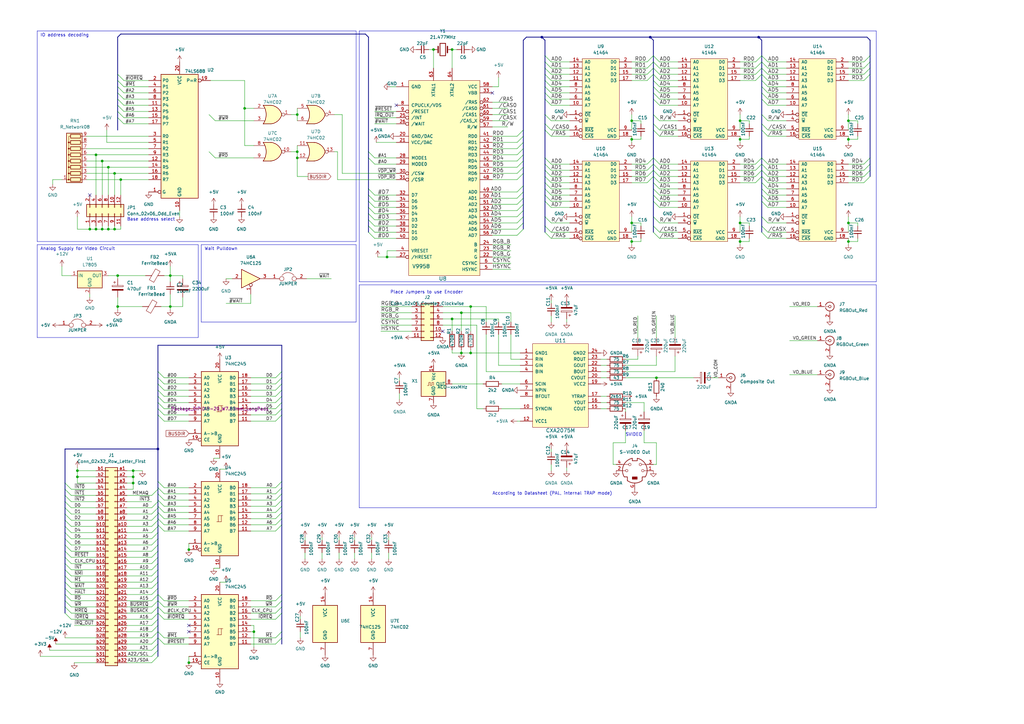
<source format=kicad_sch>
(kicad_sch (version 20230121) (generator eeschema)
  (paper "A3")
  (title_block (title "VDP Board / Video Board") (date "2023-12-26") (rev "0"))
  (junction (at 189.23 144.78))
  (junction (at 259.08 57.15))
  (junction (at 185.42 20.32))
  (junction (at 39.37 63.5))
  (junction (at 347.98 99.06))
  (junction (at 77.47 271.78))
  (junction (at 54.61 198.12))
  (junction (at 177.8 20.32))
  (junction (at 31.75 193.04))
  (junction (at 158.75 105.41))
  (junction (at 48.26 113.03))
  (junction (at 303.53 91.44))
  (junction (at 185.42 130.81))
  (junction (at 64.77 184.15))
  (junction (at 46.99 93.98))
  (junction (at 77.47 225.425))
  (junction (at 41.91 66.04))
  (junction (at 303.53 49.53))
  (junction (at 44.45 68.58))
  (junction (at 259.08 49.53))
  (junction (at 41.91 93.98))
  (junction (at 69.85 125.73))
  (junction (at 69.85 113.03))
  (junction (at 347.98 49.53))
  (junction (at 48.26 125.73))
  (junction (at 104.14 259.08))
  (junction (at 269.24 154.94))
  (junction (at 54.61 193.04))
  (junction (at 193.04 144.78))
  (junction (at 259.08 99.06))
  (junction (at 54.61 195.58))
  (junction (at 39.37 93.98))
  (junction (at 46.99 71.12))
  (junction (at 49.53 73.66))
  (junction (at 266.7 15.24))
  (junction (at 121.92 62.23))
  (junction (at 347.98 91.44))
  (junction (at 121.92 46.99))
  (junction (at 44.45 93.98))
  (junction (at 259.08 91.44))
  (junction (at 303.53 99.06))
  (junction (at 121.92 64.77))
  (junction (at 303.53 57.15))
  (junction (at 100.33 44.45))
  (junction (at 189.23 128.27))
  (junction (at 193.04 125.73))
  (junction (at 311.15 15.24))
  (junction (at 31.75 195.58))
  (junction (at 347.98 57.15))
  (junction (at 222.25 15.24))
  (junction (at 36.83 93.98))
  (no_connect (at 77.47 256.54))
  (no_connect (at 181.61 135.89))
  (no_connect (at 36.83 80.01))
  (no_connect (at 162.56 43.18))
  (no_connect (at 201.93 38.1))
  (no_connect (at 77.47 259.08))
  (bus_entry (at 312.42 46.99) (size 2.54 2.54))
  (bus_entry (at 312.42 27.94) (size 2.54 2.54))
  (bus_entry (at 267.97 27.94) (size 2.54 2.54))
  (bus_entry (at 223.52 25.4) (size 2.54 2.54))
  (bus_entry (at 267.97 80.01) (size 2.54 2.54))
  (bus_entry (at 267.97 88.9) (size 2.54 2.54))
  (bus_entry (at 115.57 212.725) (size -2.54 2.54))
  (bus_entry (at 64.77 215.265) (size 2.54 2.54))
  (bus_entry (at 309.88 27.94) (size 2.54 -2.54))
  (bus_entry (at 64.77 246.38) (size -2.54 2.54))
  (bus_entry (at 64.77 261.62) (size 2.54 2.54))
  (bus_entry (at 64.77 236.22) (size -2.54 2.54))
  (bus_entry (at 265.43 74.93) (size 2.54 -2.54))
  (bus_entry (at 64.77 251.46) (size -2.54 2.54))
  (bus_entry (at 26.67 246.38) (size 2.54 2.54))
  (bus_entry (at 309.88 25.4) (size 2.54 -2.54))
  (bus_entry (at 354.33 30.48) (size 2.54 -2.54))
  (bus_entry (at 113.03 172.72) (size 2.54 -2.54))
  (bus_entry (at 151.13 62.23) (size 2.54 2.54))
  (bus_entry (at 267.97 38.1) (size 2.54 2.54))
  (bus_entry (at 26.67 248.92) (size 2.54 2.54))
  (bus_entry (at 151.13 77.47) (size 2.54 2.54))
  (bus_entry (at 223.52 72.39) (size 2.54 2.54))
  (bus_entry (at 312.42 74.93) (size 2.54 2.54))
  (bus_entry (at 115.57 246.38) (size -2.54 2.54))
  (bus_entry (at 48.26 45.72) (size 2.54 2.54))
  (bus_entry (at 64.77 243.84) (size 2.54 2.54))
  (bus_entry (at 29.21 208.28) (size -2.54 -2.54))
  (bus_entry (at 312.42 67.31) (size 2.54 2.54))
  (bus_entry (at 64.77 266.7) (size -2.54 2.54))
  (bus_entry (at 64.77 248.92) (size -2.54 2.54))
  (bus_entry (at 64.77 197.485) (size 2.54 2.54))
  (bus_entry (at 64.77 241.3) (size -2.54 2.54))
  (bus_entry (at 64.77 205.105) (size 2.54 2.54))
  (bus_entry (at 309.88 72.39) (size 2.54 -2.54))
  (bus_entry (at 29.21 213.36) (size -2.54 -2.54))
  (bus_entry (at 48.26 48.26) (size 2.54 2.54))
  (bus_entry (at 267.97 95.25) (size 2.54 2.54))
  (bus_entry (at 62.23 203.2) (size 2.54 -2.54))
  (bus_entry (at 64.77 261.62) (size -2.54 2.54))
  (bus_entry (at 67.31 167.64) (size -2.54 -2.54))
  (bus_entry (at 29.21 215.9) (size -2.54 -2.54))
  (bus_entry (at 265.43 69.85) (size 2.54 -2.54))
  (bus_entry (at 223.52 77.47) (size 2.54 2.54))
  (bus_entry (at 223.52 82.55) (size 2.54 2.54))
  (bus_entry (at 26.67 251.46) (size 2.54 2.54))
  (bus_entry (at 48.26 33.02) (size 2.54 2.54))
  (bus_entry (at 29.21 220.98) (size -2.54 -2.54))
  (bus_entry (at 267.97 46.99) (size 2.54 2.54))
  (bus_entry (at 312.42 30.48) (size 2.54 2.54))
  (bus_entry (at 309.88 67.31) (size 2.54 -2.54))
  (bus_entry (at 115.57 251.46) (size -2.54 2.54))
  (bus_entry (at 267.97 50.8) (size 2.54 2.54))
  (bus_entry (at 26.67 241.3) (size 2.54 2.54))
  (bus_entry (at 151.13 92.71) (size 2.54 2.54))
  (bus_entry (at 354.33 25.4) (size 2.54 -2.54))
  (bus_entry (at 151.13 90.17) (size 2.54 2.54))
  (bus_entry (at 67.31 162.56) (size -2.54 -2.54))
  (bus_entry (at 29.21 218.44) (size -2.54 -2.54))
  (bus_entry (at 312.42 72.39) (size 2.54 2.54))
  (bus_entry (at 26.67 198.12) (size 2.54 2.54))
  (bus_entry (at 265.43 72.39) (size 2.54 -2.54))
  (bus_entry (at 29.21 210.82) (size -2.54 -2.54))
  (bus_entry (at 267.97 74.93) (size 2.54 2.54))
  (bus_entry (at 312.42 40.64) (size 2.54 2.54))
  (bus_entry (at 113.03 165.1) (size 2.54 -2.54))
  (bus_entry (at 214.63 76.2) (size -2.54 2.54))
  (bus_entry (at 267.97 35.56) (size 2.54 2.54))
  (bus_entry (at 212.09 66.04) (size 2.54 -2.54))
  (bus_entry (at 223.52 22.86) (size 2.54 2.54))
  (bus_entry (at 212.09 60.96) (size 2.54 -2.54))
  (bus_entry (at 64.77 264.16) (size -2.54 2.54))
  (bus_entry (at 312.42 80.01) (size 2.54 2.54))
  (bus_entry (at 115.57 215.265) (size -2.54 2.54))
  (bus_entry (at 26.67 200.66) (size 2.54 2.54))
  (bus_entry (at 214.63 93.98) (size -2.54 2.54))
  (bus_entry (at 67.31 160.02) (size -2.54 -2.54))
  (bus_entry (at 26.67 233.68) (size 2.54 2.54))
  (bus_entry (at 151.13 64.77) (size 2.54 2.54))
  (bus_entry (at 312.42 22.86) (size 2.54 2.54))
  (bus_entry (at 354.33 27.94) (size 2.54 -2.54))
  (bus_entry (at 267.97 72.39) (size 2.54 2.54))
  (bus_entry (at 48.26 35.56) (size 2.54 2.54))
  (bus_entry (at 309.88 30.48) (size 2.54 -2.54))
  (bus_entry (at 354.33 72.39) (size 2.54 -2.54))
  (bus_entry (at 151.13 85.09) (size 2.54 2.54))
  (bus_entry (at 267.97 33.02) (size 2.54 2.54))
  (bus_entry (at 312.42 33.02) (size 2.54 2.54))
  (bus_entry (at 212.09 71.12) (size 2.54 -2.54))
  (bus_entry (at 64.77 251.46) (size 2.54 2.54))
  (bus_entry (at 151.13 80.01) (size 2.54 2.54))
  (bus_entry (at 267.97 53.34) (size 2.54 2.54))
  (bus_entry (at 64.77 202.565) (size 2.54 2.54))
  (bus_entry (at 267.97 92.71) (size 2.54 2.54))
  (bus_entry (at 26.67 231.14) (size 2.54 2.54))
  (bus_entry (at 223.52 38.1) (size 2.54 2.54))
  (bus_entry (at 223.52 27.94) (size 2.54 2.54))
  (bus_entry (at 223.52 74.93) (size 2.54 2.54))
  (bus_entry (at 64.77 254) (size -2.54 2.54))
  (bus_entry (at 85.725 62.23) (size 2.54 2.54))
  (bus_entry (at 64.77 210.82) (size -2.54 2.54))
  (bus_entry (at 312.42 82.55) (size 2.54 2.54))
  (bus_entry (at 26.67 238.76) (size 2.54 2.54))
  (bus_entry (at 214.63 78.74) (size -2.54 2.54))
  (bus_entry (at 265.43 33.02) (size 2.54 -2.54))
  (bus_entry (at 64.77 213.36) (size -2.54 2.54))
  (bus_entry (at 115.57 207.645) (size -2.54 2.54))
  (bus_entry (at 113.03 170.18) (size 2.54 -2.54))
  (bus_entry (at 113.03 154.94) (size 2.54 -2.54))
  (bus_entry (at 151.13 87.63) (size 2.54 2.54))
  (bus_entry (at 64.77 212.725) (size 2.54 2.54))
  (bus_entry (at 48.26 38.1) (size 2.54 2.54))
  (bus_entry (at 223.52 67.31) (size 2.54 2.54))
  (bus_entry (at 267.97 69.85) (size 2.54 2.54))
  (bus_entry (at 309.88 74.93) (size 2.54 -2.54))
  (bus_entry (at 267.97 64.77) (size 2.54 2.54))
  (bus_entry (at 67.31 165.1) (size -2.54 -2.54))
  (bus_entry (at 267.97 67.31) (size 2.54 2.54))
  (bus_entry (at 212.09 63.5) (size 2.54 -2.54))
  (bus_entry (at 214.63 81.28) (size -2.54 2.54))
  (bus_entry (at 26.67 226.06) (size 2.54 2.54))
  (bus_entry (at 113.03 160.02) (size 2.54 -2.54))
  (bus_entry (at 64.77 208.28) (size -2.54 2.54))
  (bus_entry (at 265.43 25.4) (size 2.54 -2.54))
  (bus_entry (at 113.03 162.56) (size 2.54 -2.54))
  (bus_entry (at 267.97 22.86) (size 2.54 2.54))
  (bus_entry (at 223.52 95.25) (size 2.54 2.54))
  (bus_entry (at 64.77 231.14) (size -2.54 2.54))
  (bus_entry (at 113.03 157.48) (size 2.54 -2.54))
  (bus_entry (at 151.13 82.55) (size 2.54 2.54))
  (bus_entry (at 223.52 35.56) (size 2.54 2.54))
  (bus_entry (at 26.67 243.84) (size 2.54 2.54))
  (bus_entry (at 214.63 86.36) (size -2.54 2.54))
  (bus_entry (at 312.42 88.9) (size 2.54 2.54))
  (bus_entry (at 265.43 67.31) (size 2.54 -2.54))
  (bus_entry (at 312.42 35.56) (size 2.54 2.54))
  (bus_entry (at 354.33 74.93) (size 2.54 -2.54))
  (bus_entry (at 64.77 259.08) (size -2.54 2.54))
  (bus_entry (at 115.57 210.185) (size -2.54 2.54))
  (bus_entry (at 151.13 95.25) (size 2.54 2.54))
  (bus_entry (at 67.31 157.48) (size -2.54 -2.54))
  (bus_entry (at 115.57 248.92) (size -2.54 2.54))
  (bus_entry (at 223.52 69.85) (size 2.54 2.54))
  (bus_entry (at 115.57 197.485) (size -2.54 2.54))
  (bus_entry (at 115.57 202.565) (size -2.54 2.54))
  (bus_entry (at 115.57 259.08) (size -2.54 2.54))
  (bus_entry (at 26.67 228.6) (size 2.54 2.54))
  (bus_entry (at 64.77 238.76) (size -2.54 2.54))
  (bus_entry (at 223.52 33.02) (size 2.54 2.54))
  (bus_entry (at 48.26 30.48) (size 2.54 2.54))
  (bus_entry (at 312.42 77.47) (size 2.54 2.54))
  (bus_entry (at 64.77 228.6) (size -2.54 2.54))
  (bus_entry (at 354.33 69.85) (size 2.54 -2.54))
  (bus_entry (at 48.26 40.64) (size 2.54 2.54))
  (bus_entry (at 267.97 25.4) (size 2.54 2.54))
  (bus_entry (at 223.52 30.48) (size 2.54 2.54))
  (bus_entry (at 312.42 50.8) (size 2.54 2.54))
  (bus_entry (at 64.77 205.74) (size -2.54 2.54))
  (bus_entry (at 214.63 91.44) (size -2.54 2.54))
  (bus_entry (at 64.77 226.06) (size -2.54 2.54))
  (bus_entry (at 64.77 243.84) (size -2.54 2.54))
  (bus_entry (at 214.63 88.9) (size -2.54 2.54))
  (bus_entry (at 115.57 261.62) (size -2.54 2.54))
  (bus_entry (at 212.09 58.42) (size 2.54 -2.54))
  (bus_entry (at 212.09 68.58) (size 2.54 -2.54))
  (bus_entry (at 312.42 25.4) (size 2.54 2.54))
  (bus_entry (at 64.77 233.68) (size -2.54 2.54))
  (bus_entry (at 223.52 64.77) (size 2.54 2.54))
  (bus_entry (at 312.42 92.71) (size 2.54 2.54))
  (bus_entry (at 309.88 69.85) (size 2.54 -2.54))
  (bus_entry (at 223.52 50.8) (size 2.54 2.54))
  (bus_entry (at 223.52 46.99) (size 2.54 2.54))
  (bus_entry (at 223.52 53.34) (size 2.54 2.54))
  (bus_entry (at 64.77 269.24) (size -2.54 2.54))
  (bus_entry (at 267.97 77.47) (size 2.54 2.54))
  (bus_entry (at 354.33 67.31) (size 2.54 -2.54))
  (bus_entry (at 214.63 83.82) (size -2.54 2.54))
  (bus_entry (at 29.21 226.06) (size -2.54 -2.54))
  (bus_entry (at 67.31 172.72) (size -2.54 -2.54))
  (bus_entry (at 223.52 88.9) (size 2.54 2.54))
  (bus_entry (at 64.77 220.98) (size -2.54 2.54))
  (bus_entry (at 267.97 30.48) (size 2.54 2.54))
  (bus_entry (at 85.725 46.99) (size 2.54 2.54))
  (bus_entry (at 64.77 223.52) (size -2.54 2.54))
  (bus_entry (at 265.43 30.48) (size 2.54 -2.54))
  (bus_entry (at 64.77 246.38) (size 2.54 2.54))
  (bus_entry (at 64.77 210.185) (size 2.54 2.54))
  (bus_entry (at 67.31 154.94) (size -2.54 -2.54))
  (bus_entry (at 64.77 215.9) (size -2.54 2.54))
  (bus_entry (at 115.57 200.025) (size -2.54 2.54))
  (bus_entry (at 223.52 80.01) (size 2.54 2.54))
  (bus_entry (at 267.97 82.55) (size 2.54 2.54))
  (bus_entry (at 64.77 259.08) (size 2.54 2.54))
  (bus_entry (at 212.09 73.66) (size 2.54 -2.54))
  (bus_entry (at 115.57 205.105) (size -2.54 2.54))
  (bus_entry (at 48.26 43.18) (size 2.54 2.54))
  (bus_entry (at 67.31 170.18) (size -2.54 -2.54))
  (bus_entry (at 223.52 92.71) (size 2.54 2.54))
  (bus_entry (at 312.42 38.1) (size 2.54 2.54))
  (bus_entry (at 113.03 167.64) (size 2.54 -2.54))
  (bus_entry (at 26.67 236.22) (size 2.54 2.54))
  (bus_entry (at 267.97 40.64) (size 2.54 2.54))
  (bus_entry (at 115.57 243.84) (size -2.54 2.54))
  (bus_entry (at 312.42 69.85) (size 2.54 2.54))
  (bus_entry (at 64.77 256.54) (size -2.54 2.54))
  (bus_entry (at 354.33 33.02) (size 2.54 -2.54))
  (bus_entry (at 309.88 33.02) (size 2.54 -2.54))
  (bus_entry (at 64.77 248.92) (size 2.54 2.54))
  (bus_entry (at 312.42 95.25) (size 2.54 2.54))
  (bus_entry (at 26.67 203.2) (size 2.54 2.54))
  (bus_entry (at 212.09 55.88) (size 2.54 -2.54))
  (bus_entry (at 64.77 207.645) (size 2.54 2.54))
  (bus_entry (at 265.43 27.94) (size 2.54 -2.54))
  (bus_entry (at 312.42 53.34) (size 2.54 2.54))
  (bus_entry (at 64.77 218.44) (size -2.54 2.54))
  (bus_entry (at 64.77 200.025) (size 2.54 2.54))
  (bus_entry (at 312.42 64.77) (size 2.54 2.54))
  (bus_entry (at 223.52 40.64) (size 2.54 2.54))
  (bus_entry (at 29.21 223.52) (size -2.54 -2.54))
  (wire (pts (xy 314.96 82.55) (xy 322.58 82.55)))
  (bus (pts (xy 49.53 13.97) (xy 149.86 13.97)))
  (bus (pts (xy 312.42 27.94) (xy 312.42 30.48)))
  (bus (pts (xy 267.97 35.56) (xy 267.97 38.1)))
  (wire (pts (xy 181.61 133.35) (xy 195.58 133.35)))
  (wire (pts (xy 259.08 27.94) (xy 265.43 27.94)))
  (polyline (pts (xy 81.28 100.33) (xy 81.28 138.43)))
  (wire (pts (xy 303.53 91.44) (xy 307.34 91.44)))
  (bus (pts (xy 267.97 69.85) (xy 267.97 72.39)))
  (wire (pts (xy 303.53 100.33) (xy 303.53 99.06)))
  (wire (pts (xy 201.93 60.96) (xy 212.09 60.96)))
  (wire (pts (xy 48.26 127) (xy 48.26 125.73)))
  (wire (pts (xy 309.88 72.39) (xy 303.53 72.39)))
  (wire (pts (xy 265.43 72.39) (xy 259.08 72.39)))
  (bus (pts (xy 115.57 170.18) (xy 115.57 167.64)))
  (wire (pts (xy 29.21 243.84) (xy 39.37 243.84)))
  (wire (pts (xy 347.98 99.06) (xy 347.98 97.79)))
  (bus (pts (xy 64.77 226.06) (xy 64.77 223.52)))
  (bus (pts (xy 215.9 15.24) (xy 222.25 15.24)))
  (wire (pts (xy 185.42 144.78) (xy 189.23 144.78)))
  (wire (pts (xy 193.04 143.51) (xy 193.04 144.78)))
  (wire (pts (xy 154.305 58.42) (xy 162.56 58.42)))
  (wire (pts (xy 67.31 154.94) (xy 77.47 154.94)))
  (wire (pts (xy 278.13 97.79) (xy 270.51 97.79)))
  (wire (pts (xy 201.93 44.45) (xy 208.28 44.45)))
  (bus (pts (xy 267.97 16.51) (xy 266.7 15.24)))
  (wire (pts (xy 50.8 43.18) (xy 60.96 43.18)))
  (bus (pts (xy 64.77 256.54) (xy 64.77 259.08)))
  (bus (pts (xy 312.42 16.51) (xy 312.42 22.86)))
  (bus (pts (xy 64.77 220.98) (xy 64.77 218.44)))
  (bus (pts (xy 222.25 15.24) (xy 266.7 15.24)))
  (polyline (pts (xy 359.41 208.28) (xy 147.32 208.28)))
  (bus (pts (xy 48.26 48.26) (xy 48.26 45.72)))
  (polyline (pts (xy 15.24 100.33) (xy 81.28 100.33)))
  (wire (pts (xy 121.92 59.69) (xy 121.92 62.23)))
  (wire (pts (xy 226.06 35.56) (xy 233.68 35.56)))
  (wire (pts (xy 156.21 128.27) (xy 168.91 128.27)))
  (bus (pts (xy 312.42 80.01) (xy 312.42 82.55)))
  (wire (pts (xy 323.85 125.73) (xy 335.28 125.73)))
  (wire (pts (xy 139.065 229.235) (xy 139.065 226.695)))
  (bus (pts (xy 312.42 77.47) (xy 312.42 80.01)))
  (wire (pts (xy 193.04 125.73) (xy 193.04 135.89)))
  (wire (pts (xy 351.79 57.15) (xy 351.79 55.88)))
  (bus (pts (xy 267.97 80.01) (xy 267.97 82.55)))
  (bus (pts (xy 64.77 238.76) (xy 64.77 236.22)))
  (wire (pts (xy 259.08 67.31) (xy 265.43 67.31)))
  (wire (pts (xy 41.91 66.04) (xy 60.96 66.04)))
  (wire (pts (xy 67.31 113.03) (xy 69.85 113.03)))
  (wire (pts (xy 233.68 95.25) (xy 226.06 95.25)))
  (wire (pts (xy 303.53 27.94) (xy 309.88 27.94)))
  (wire (pts (xy 314.96 72.39) (xy 322.58 72.39)))
  (bus (pts (xy 214.63 53.34) (xy 214.63 16.51)))
  (polyline (pts (xy 147.32 115.57) (xy 359.41 115.57)))
  (bus (pts (xy 267.97 38.1) (xy 267.97 40.64)))
  (bus (pts (xy 48.26 15.24) (xy 49.53 13.97)))
  (bus (pts (xy 115.57 259.08) (xy 115.57 261.62)))
  (wire (pts (xy 198.12 157.48) (xy 185.42 157.48)))
  (bus (pts (xy 151.13 80.01) (xy 151.13 82.55)))
  (wire (pts (xy 25.4 109.22) (xy 25.4 113.03)))
  (bus (pts (xy 214.63 83.82) (xy 214.63 86.36)))
  (wire (pts (xy 270.51 33.02) (xy 278.13 33.02)))
  (bus (pts (xy 64.77 254) (xy 64.77 251.46)))
  (wire (pts (xy 104.14 259.08) (xy 104.14 265.43)))
  (wire (pts (xy 29.21 236.22) (xy 39.37 236.22)))
  (polyline (pts (xy 359.41 116.84) (xy 359.41 208.28)))
  (bus (pts (xy 64.77 141.605) (xy 115.57 141.605)))
  (wire (pts (xy 113.03 251.46) (xy 102.87 251.46)))
  (wire (pts (xy 270.51 69.85) (xy 278.13 69.85)))
  (wire (pts (xy 52.07 203.2) (xy 62.23 203.2)))
  (wire (pts (xy 31.75 195.58) (xy 31.75 193.04)))
  (wire (pts (xy 113.03 165.1) (xy 102.87 165.1)))
  (polyline (pts (xy 15.24 100.33) (xy 15.24 138.43)))
  (wire (pts (xy 119.38 62.23) (xy 121.92 62.23)))
  (wire (pts (xy 303.53 46.99) (xy 303.53 49.53)))
  (wire (pts (xy 67.31 202.565) (xy 77.47 202.565)))
  (wire (pts (xy 153.67 45.72) (xy 162.56 45.72)))
  (bus (pts (xy 151.13 82.55) (xy 151.13 85.09)))
  (wire (pts (xy 62.23 238.76) (xy 52.07 238.76)))
  (bus (pts (xy 223.52 50.8) (xy 223.52 53.34)))
  (wire (pts (xy 314.96 38.1) (xy 322.58 38.1)))
  (bus (pts (xy 26.67 241.3) (xy 26.67 243.84)))
  (wire (pts (xy 39.37 195.58) (xy 31.75 195.58)))
  (wire (pts (xy 20.32 266.7) (xy 39.37 266.7)))
  (wire (pts (xy 100.33 33.02) (xy 100.33 44.45)))
  (wire (pts (xy 248.92 167.64) (xy 246.38 167.64)))
  (bus (pts (xy 151.13 92.71) (xy 151.13 95.25)))
  (bus (pts (xy 312.42 92.71) (xy 312.42 95.25)))
  (wire (pts (xy 201.93 55.88) (xy 212.09 55.88)))
  (wire (pts (xy 67.31 160.02) (xy 77.47 160.02)))
  (wire (pts (xy 21.59 73.66) (xy 25.4 73.66)))
  (wire (pts (xy 201.93 49.53) (xy 208.28 49.53)))
  (bus (pts (xy 26.67 210.82) (xy 26.67 208.28)))
  (wire (pts (xy 204.47 149.86) (xy 204.47 137.16)))
  (wire (pts (xy 226.06 82.55) (xy 233.68 82.55)))
  (wire (pts (xy 185.42 130.81) (xy 185.42 135.89)))
  (wire (pts (xy 264.16 165.1) (xy 264.16 168.91)))
  (wire (pts (xy 233.68 53.34) (xy 226.06 53.34)))
  (wire (pts (xy 29.21 218.44) (xy 39.37 218.44)))
  (wire (pts (xy 41.91 93.98) (xy 44.45 93.98)))
  (wire (pts (xy 193.04 144.78) (xy 213.36 144.78)))
  (bus (pts (xy 151.13 77.47) (xy 151.13 80.01)))
  (wire (pts (xy 212.09 78.74) (xy 201.93 78.74)))
  (wire (pts (xy 123.19 252.73) (xy 123.19 254)))
  (wire (pts (xy 256.54 147.32) (xy 261.62 147.32)))
  (wire (pts (xy 113.03 210.185) (xy 102.87 210.185)))
  (bus (pts (xy 48.26 38.1) (xy 48.26 40.64)))
  (bus (pts (xy 26.67 184.15) (xy 64.77 184.15)))
  (wire (pts (xy 60.96 58.42) (xy 43.815 58.42)))
  (wire (pts (xy 31.75 193.04) (xy 39.37 193.04)))
  (wire (pts (xy 212.09 91.44) (xy 201.93 91.44)))
  (bus (pts (xy 64.77 223.52) (xy 64.77 220.98)))
  (wire (pts (xy 322.58 53.34) (xy 314.96 53.34)))
  (bus (pts (xy 115.57 215.265) (xy 115.57 243.84)))
  (wire (pts (xy 351.79 99.06) (xy 351.79 97.79)))
  (bus (pts (xy 64.77 212.725) (xy 64.77 210.82)))
  (wire (pts (xy 88.265 64.77) (xy 104.14 64.77)))
  (wire (pts (xy 113.03 154.94) (xy 102.87 154.94)))
  (wire (pts (xy 181.61 128.27) (xy 189.23 128.27)))
  (bus (pts (xy 64.77 236.22) (xy 64.77 233.68)))
  (bus (pts (xy 223.52 40.64) (xy 223.52 46.99)))
  (bus (pts (xy 214.63 58.42) (xy 214.63 60.96)))
  (bus (pts (xy 267.97 27.94) (xy 267.97 30.48)))
  (wire (pts (xy 67.31 207.645) (xy 77.47 207.645)))
  (bus (pts (xy 115.57 246.38) (xy 115.57 248.92)))
  (wire (pts (xy 354.33 72.39) (xy 347.98 72.39)))
  (bus (pts (xy 48.26 45.72) (xy 48.26 43.18)))
  (wire (pts (xy 201.93 96.52) (xy 212.09 96.52)))
  (wire (pts (xy 314.96 80.01) (xy 322.58 80.01)))
  (wire (pts (xy 278.13 95.25) (xy 270.51 95.25)))
  (wire (pts (xy 22.86 264.16) (xy 39.37 264.16)))
  (bus (pts (xy 64.77 200.66) (xy 64.77 202.565)))
  (bus (pts (xy 223.52 80.01) (xy 223.52 82.55)))
  (wire (pts (xy 201.93 110.49) (xy 209.55 110.49)))
  (bus (pts (xy 223.52 53.34) (xy 223.52 64.77)))
  (wire (pts (xy 347.98 57.15) (xy 351.79 57.15)))
  (polyline (pts (xy 15.24 99.06) (xy 146.05 99.06)))
  (wire (pts (xy 67.31 200.025) (xy 77.47 200.025)))
  (wire (pts (xy 153.67 50.8) (xy 162.56 50.8)))
  (bus (pts (xy 223.52 33.02) (xy 223.52 35.56)))
  (wire (pts (xy 226.06 38.1) (xy 233.68 38.1)))
  (wire (pts (xy 156.21 130.81) (xy 168.91 130.81)))
  (wire (pts (xy 54.61 198.12) (xy 54.61 195.58)))
  (bus (pts (xy 64.77 207.645) (xy 64.77 205.74)))
  (wire (pts (xy 270.51 38.1) (xy 278.13 38.1)))
  (bus (pts (xy 223.52 16.51) (xy 222.25 15.24)))
  (wire (pts (xy 195.58 133.35) (xy 195.58 167.64)))
  (wire (pts (xy 226.06 69.85) (xy 233.68 69.85)))
  (wire (pts (xy 49.53 73.66) (xy 60.96 73.66)))
  (wire (pts (xy 100.33 59.69) (xy 104.14 59.69)))
  (wire (pts (xy 31.75 93.98) (xy 36.83 93.98)))
  (wire (pts (xy 314.96 67.31) (xy 322.58 67.31)))
  (wire (pts (xy 153.67 87.63) (xy 162.56 87.63)))
  (bus (pts (xy 223.52 72.39) (xy 223.52 74.93)))
  (wire (pts (xy 102.87 120.65) (xy 102.87 124.46)))
  (wire (pts (xy 261.62 129.54) (xy 261.62 138.43)))
  (bus (pts (xy 64.77 157.48) (xy 64.77 160.02)))
  (bus (pts (xy 115.57 212.725) (xy 115.57 215.265)))
  (polyline (pts (xy 15.24 12.7) (xy 15.24 99.06)))
  (bus (pts (xy 214.63 76.2) (xy 214.63 71.12)))
  (wire (pts (xy 189.23 128.27) (xy 209.55 128.27)))
  (wire (pts (xy 270.51 25.4) (xy 278.13 25.4)))
  (wire (pts (xy 212.09 172.72) (xy 213.36 172.72)))
  (bus (pts (xy 267.97 88.9) (xy 267.97 92.71)))
  (wire (pts (xy 113.03 205.105) (xy 102.87 205.105)))
  (wire (pts (xy 193.04 144.78) (xy 189.23 144.78)))
  (bus (pts (xy 311.15 15.24) (xy 355.6 15.24)))
  (bus (pts (xy 312.42 40.64) (xy 312.42 46.99)))
  (bus (pts (xy 64.77 266.7) (xy 64.77 269.24)))
  (wire (pts (xy 270.51 35.56) (xy 278.13 35.56)))
  (polyline (pts (xy 146.05 12.7) (xy 15.24 12.7)))
  (bus (pts (xy 115.57 243.84) (xy 115.57 246.38)))
  (bus (pts (xy 48.26 48.26) (xy 48.26 53.34)))
  (wire (pts (xy 201.93 107.95) (xy 209.55 107.95)))
  (wire (pts (xy 145.415 220.345) (xy 145.415 221.615)))
  (bus (pts (xy 64.77 241.3) (xy 64.77 238.76)))
  (bus (pts (xy 267.97 30.48) (xy 267.97 33.02)))
  (wire (pts (xy 314.96 49.53) (xy 322.58 49.53)))
  (polyline (pts (xy 146.05 99.06) (xy 146.05 12.7)))
  (wire (pts (xy 69.85 125.73) (xy 69.85 127)))
  (wire (pts (xy 113.03 157.48) (xy 102.87 157.48)))
  (wire (pts (xy 29.21 220.98) (xy 39.37 220.98)))
  (wire (pts (xy 137.16 46.99) (xy 140.335 46.99)))
  (wire (pts (xy 62.23 243.84) (xy 52.07 243.84)))
  (wire (pts (xy 125.095 229.235) (xy 125.095 226.695)))
  (wire (pts (xy 62.23 226.06) (xy 52.07 226.06)))
  (wire (pts (xy 270.51 40.64) (xy 278.13 40.64)))
  (wire (pts (xy 303.53 49.53) (xy 303.53 53.34)))
  (bus (pts (xy 64.77 213.36) (xy 64.77 212.725)))
  (wire (pts (xy 21.59 73.66) (xy 21.59 75.565)))
  (wire (pts (xy 347.98 57.15) (xy 347.98 55.88)))
  (wire (pts (xy 185.42 20.32) (xy 185.42 27.94)))
  (wire (pts (xy 67.31 251.46) (xy 77.47 251.46)))
  (bus (pts (xy 115.57 210.185) (xy 115.57 212.725)))
  (wire (pts (xy 54.61 200.66) (xy 54.61 198.12)))
  (wire (pts (xy 204.47 149.86) (xy 213.36 149.86)))
  (wire (pts (xy 87.63 233.045) (xy 90.17 233.045)))
  (bus (pts (xy 26.67 233.68) (xy 26.67 236.22)))
  (wire (pts (xy 100.33 44.45) (xy 100.33 59.69)))
  (bus (pts (xy 115.57 202.565) (xy 115.57 205.105)))
  (wire (pts (xy 121.92 72.39) (xy 126.365 72.39)))
  (bus (pts (xy 64.77 154.94) (xy 64.77 157.48)))
  (wire (pts (xy 269.24 154.94) (xy 284.48 154.94)))
  (bus (pts (xy 64.77 261.62) (xy 64.77 259.08)))
  (wire (pts (xy 102.87 256.54) (xy 104.14 256.54)))
  (bus (pts (xy 223.52 38.1) (xy 223.52 40.64)))
  (wire (pts (xy 226.06 72.39) (xy 233.68 72.39)))
  (bus (pts (xy 356.87 16.51) (xy 356.87 22.86)))
  (bus (pts (xy 151.13 15.24) (xy 151.13 62.23)))
  (wire (pts (xy 347.98 88.9) (xy 347.98 91.44)))
  (wire (pts (xy 62.23 220.98) (xy 52.07 220.98)))
  (wire (pts (xy 113.03 254) (xy 102.87 254)))
  (bus (pts (xy 214.63 63.5) (xy 214.63 66.04)))
  (wire (pts (xy 226.06 132.08) (xy 226.06 129.54)))
  (wire (pts (xy 152.4 220.345) (xy 152.4 221.615)))
  (wire (pts (xy 314.96 33.02) (xy 322.58 33.02)))
  (wire (pts (xy 204.47 31.75) (xy 204.47 35.56)))
  (wire (pts (xy 62.23 261.62) (xy 52.07 261.62)))
  (wire (pts (xy 261.62 147.32) (xy 261.62 146.05)))
  (wire (pts (xy 303.53 69.85) (xy 309.88 69.85)))
  (wire (pts (xy 67.31 172.72) (xy 77.47 172.72)))
  (wire (pts (xy 259.08 49.53) (xy 262.89 49.53)))
  (wire (pts (xy 201.93 41.91) (xy 208.28 41.91)))
  (wire (pts (xy 212.09 86.36) (xy 201.93 86.36)))
  (wire (pts (xy 226.06 184.15) (xy 226.06 185.42)))
  (wire (pts (xy 251.46 181.61) (xy 251.46 190.5)))
  (wire (pts (xy 303.53 58.42) (xy 303.53 57.15)))
  (wire (pts (xy 226.06 27.94) (xy 233.68 27.94)))
  (wire (pts (xy 201.93 105.41) (xy 209.55 105.41)))
  (wire (pts (xy 323.85 153.67) (xy 335.28 153.67)))
  (wire (pts (xy 347.98 49.53) (xy 351.79 49.53)))
  (bus (pts (xy 115.57 170.18) (xy 115.57 197.485)))
  (wire (pts (xy 104.14 256.54) (xy 104.14 259.08)))
  (wire (pts (xy 163.83 154.94) (xy 163.83 156.21)))
  (wire (pts (xy 62.23 256.54) (xy 52.07 256.54)))
  (wire (pts (xy 69.85 120.65) (xy 69.85 125.73)))
  (bus (pts (xy 115.57 251.46) (xy 115.57 259.08)))
  (bus (pts (xy 64.77 197.485) (xy 64.77 200.025)))
  (wire (pts (xy 121.92 64.77) (xy 121.92 72.39)))
  (wire (pts (xy 29.21 231.14) (xy 39.37 231.14)))
  (wire (pts (xy 67.31 246.38) (xy 77.47 246.38)))
  (wire (pts (xy 119.38 46.99) (xy 121.92 46.99)))
  (wire (pts (xy 62.23 269.24) (xy 52.07 269.24)))
  (wire (pts (xy 50.8 33.02) (xy 60.96 33.02)))
  (wire (pts (xy 62.23 233.68) (xy 52.07 233.68)))
  (wire (pts (xy 121.92 46.99) (xy 121.92 44.45)))
  (bus (pts (xy 64.77 208.28) (xy 64.77 207.645)))
  (wire (pts (xy 347.98 99.06) (xy 351.79 99.06)))
  (bus (pts (xy 115.57 197.485) (xy 115.57 200.025)))
  (polyline (pts (xy 82.55 100.33) (xy 82.55 132.08)))
  (wire (pts (xy 29.21 238.76) (xy 39.37 238.76)))
  (bus (pts (xy 267.97 50.8) (xy 267.97 53.34)))
  (wire (pts (xy 248.92 165.1) (xy 246.38 165.1)))
  (wire (pts (xy 62.23 241.3) (xy 52.07 241.3)))
  (bus (pts (xy 214.63 53.34) (xy 214.63 55.88)))
  (wire (pts (xy 307.34 57.15) (xy 307.34 55.88)))
  (wire (pts (xy 303.53 88.9) (xy 303.53 91.44)))
  (wire (pts (xy 347.98 25.4) (xy 354.33 25.4)))
  (bus (pts (xy 267.97 82.55) (xy 267.97 88.9)))
  (wire (pts (xy 29.21 205.74) (xy 39.37 205.74)))
  (bus (pts (xy 64.77 228.6) (xy 64.77 226.06)))
  (bus (pts (xy 115.57 205.105) (xy 115.57 207.645)))
  (wire (pts (xy 62.23 228.6) (xy 52.07 228.6)))
  (bus (pts (xy 312.42 74.93) (xy 312.42 77.47)))
  (wire (pts (xy 113.03 160.02) (xy 102.87 160.02)))
  (bus (pts (xy 64.77 200.025) (xy 64.77 200.66)))
  (wire (pts (xy 270.51 72.39) (xy 278.13 72.39)))
  (wire (pts (xy 232.41 132.08) (xy 232.41 130.81)))
  (wire (pts (xy 113.03 172.72) (xy 102.87 172.72)))
  (wire (pts (xy 185.42 143.51) (xy 185.42 144.78)))
  (wire (pts (xy 113.03 264.16) (xy 102.87 264.16)))
  (wire (pts (xy 201.93 102.87) (xy 209.55 102.87)))
  (wire (pts (xy 30.48 256.54) (xy 39.37 256.54)))
  (wire (pts (xy 199.39 125.73) (xy 199.39 132.08)))
  (wire (pts (xy 67.31 170.18) (xy 77.47 170.18)))
  (wire (pts (xy 62.23 215.9) (xy 52.07 215.9)))
  (wire (pts (xy 132.08 229.235) (xy 132.08 226.695)))
  (wire (pts (xy 256.54 181.61) (xy 251.46 181.61)))
  (wire (pts (xy 54.61 195.58) (xy 54.61 193.04)))
  (wire (pts (xy 113.03 200.025) (xy 102.87 200.025)))
  (wire (pts (xy 67.31 248.92) (xy 77.47 248.92)))
  (wire (pts (xy 50.8 38.1) (xy 60.96 38.1)))
  (wire (pts (xy 226.06 74.93) (xy 233.68 74.93)))
  (wire (pts (xy 153.67 80.01) (xy 162.56 80.01)))
  (polyline (pts (xy 146.05 132.08) (xy 146.05 100.33)))
  (wire (pts (xy 48.26 113.03) (xy 59.69 113.03)))
  (wire (pts (xy 264.16 176.53) (xy 264.16 181.61)))
  (wire (pts (xy 347.98 74.93) (xy 354.33 74.93)))
  (bus (pts (xy 64.77 243.84) (xy 64.77 241.3)))
  (bus (pts (xy 151.13 64.77) (xy 151.13 77.47)))
  (bus (pts (xy 267.97 46.99) (xy 267.97 50.8)))
  (bus (pts (xy 26.67 220.98) (xy 26.67 218.44)))
  (wire (pts (xy 35.56 71.12) (xy 46.99 71.12)))
  (bus (pts (xy 115.57 167.64) (xy 115.57 165.1)))
  (wire (pts (xy 39.37 63.5) (xy 39.37 80.01)))
  (wire (pts (xy 153.67 64.77) (xy 162.56 64.77)))
  (wire (pts (xy 177.8 27.94) (xy 177.8 20.32)))
  (bus (pts (xy 26.67 200.66) (xy 26.67 203.2)))
  (bus (pts (xy 26.67 208.28) (xy 26.67 205.74)))
  (wire (pts (xy 102.87 259.08) (xy 104.14 259.08)))
  (bus (pts (xy 115.57 157.48) (xy 115.57 154.94)))
  (bus (pts (xy 64.77 215.9) (xy 64.77 215.265)))
  (bus (pts (xy 149.86 13.97) (xy 151.13 15.24)))
  (wire (pts (xy 153.67 92.71) (xy 162.56 92.71)))
  (wire (pts (xy 226.06 67.31) (xy 233.68 67.31)))
  (bus (pts (xy 64.77 202.565) (xy 64.77 205.105)))
  (wire (pts (xy 259.08 49.53) (xy 259.08 53.34)))
  (bus (pts (xy 26.67 215.9) (xy 26.67 213.36)))
  (wire (pts (xy 29.21 248.92) (xy 39.37 248.92)))
  (bus (pts (xy 26.67 184.15) (xy 26.67 198.12)))
  (bus (pts (xy 312.42 67.31) (xy 312.42 69.85)))
  (wire (pts (xy 48.26 125.73) (xy 48.26 121.92)))
  (wire (pts (xy 262.89 57.15) (xy 262.89 55.88)))
  (wire (pts (xy 347.98 27.94) (xy 354.33 27.94)))
  (bus (pts (xy 223.52 30.48) (xy 223.52 33.02)))
  (wire (pts (xy 121.92 62.23) (xy 121.92 64.77)))
  (wire (pts (xy 347.98 91.44) (xy 347.98 95.25)))
  (wire (pts (xy 322.58 85.09) (xy 314.96 85.09)))
  (wire (pts (xy 16.51 269.24) (xy 39.37 269.24)))
  (wire (pts (xy 29.21 233.68) (xy 39.37 233.68)))
  (bus (pts (xy 64.77 141.605) (xy 64.77 152.4)))
  (wire (pts (xy 39.37 93.98) (xy 41.91 93.98)))
  (wire (pts (xy 67.31 210.185) (xy 77.47 210.185)))
  (wire (pts (xy 303.53 57.15) (xy 307.34 57.15)))
  (bus (pts (xy 115.57 141.605) (xy 115.57 152.4)))
  (wire (pts (xy 67.31 162.56) (xy 77.47 162.56)))
  (wire (pts (xy 199.39 152.4) (xy 213.36 152.4)))
  (bus (pts (xy 312.42 50.8) (xy 312.42 53.34)))
  (wire (pts (xy 259.08 58.42) (xy 259.08 57.15)))
  (bus (pts (xy 312.42 22.86) (xy 312.42 25.4)))
  (wire (pts (xy 62.23 236.22) (xy 52.07 236.22)))
  (polyline (pts (xy 359.41 115.57) (xy 359.41 12.7)))
  (wire (pts (xy 303.53 99.06) (xy 303.53 97.79)))
  (bus (pts (xy 214.63 60.96) (xy 214.63 63.5)))
  (wire (pts (xy 140.335 71.12) (xy 162.56 71.12)))
  (bus (pts (xy 356.87 22.86) (xy 356.87 25.4)))
  (bus (pts (xy 312.42 16.51) (xy 311.15 15.24)))
  (bus (pts (xy 223.52 77.47) (xy 223.52 80.01)))
  (wire (pts (xy 270.51 80.01) (xy 278.13 80.01)))
  (bus (pts (xy 223.52 35.56) (xy 223.52 38.1)))
  (wire (pts (xy 29.21 203.2) (xy 39.37 203.2)))
  (bus (pts (xy 214.63 91.44) (xy 214.63 93.98)))
  (bus (pts (xy 356.87 30.48) (xy 356.87 64.77)))
  (wire (pts (xy 92.71 114.3) (xy 95.25 114.3)))
  (wire (pts (xy 44.45 68.58) (xy 44.45 80.01)))
  (wire (pts (xy 113.03 167.64) (xy 102.87 167.64)))
  (wire (pts (xy 41.91 93.98) (xy 41.91 92.71)))
  (wire (pts (xy 44.45 93.98) (xy 44.45 92.71)))
  (bus (pts (xy 151.13 87.63) (xy 151.13 90.17)))
  (bus (pts (xy 64.77 233.68) (xy 64.77 231.14)))
  (wire (pts (xy 35.56 73.66) (xy 49.53 73.66)))
  (wire (pts (xy 52.07 200.66) (xy 54.61 200.66)))
  (wire (pts (xy 48.26 113.03) (xy 48.26 114.3)))
  (wire (pts (xy 153.67 85.09) (xy 162.56 85.09)))
  (wire (pts (xy 29.21 254) (xy 39.37 254)))
  (bus (pts (xy 115.57 152.4) (xy 115.57 154.94)))
  (bus (pts (xy 223.52 69.85) (xy 223.52 72.39)))
  (bus (pts (xy 64.77 248.92) (xy 64.77 251.46)))
  (wire (pts (xy 270.51 49.53) (xy 278.13 49.53)))
  (bus (pts (xy 214.63 81.28) (xy 214.63 83.82)))
  (wire (pts (xy 62.23 218.44) (xy 52.07 218.44)))
  (wire (pts (xy 226.06 30.48) (xy 233.68 30.48)))
  (wire (pts (xy 270.51 74.93) (xy 278.13 74.93)))
  (wire (pts (xy 269.24 129.54) (xy 269.24 138.43)))
  (bus (pts (xy 267.97 33.02) (xy 267.97 35.56)))
  (wire (pts (xy 314.96 74.93) (xy 322.58 74.93)))
  (wire (pts (xy 270.51 30.48) (xy 278.13 30.48)))
  (wire (pts (xy 303.53 99.06) (xy 307.34 99.06)))
  (bus (pts (xy 48.26 35.56) (xy 48.26 38.1)))
  (wire (pts (xy 314.96 25.4) (xy 322.58 25.4)))
  (wire (pts (xy 314.96 77.47) (xy 322.58 77.47)))
  (wire (pts (xy 121.92 46.99) (xy 121.92 49.53)))
  (wire (pts (xy 123.19 261.62) (xy 123.19 259.08)))
  (wire (pts (xy 314.96 30.48) (xy 322.58 30.48)))
  (wire (pts (xy 259.08 69.85) (xy 265.43 69.85)))
  (wire (pts (xy 159.385 229.235) (xy 159.385 226.695)))
  (wire (pts (xy 69.85 125.73) (xy 74.93 125.73)))
  (bus (pts (xy 64.77 167.64) (xy 64.77 170.18)))
  (wire (pts (xy 52.07 193.04) (xy 54.61 193.04)))
  (wire (pts (xy 248.92 152.4) (xy 246.38 152.4)))
  (wire (pts (xy 29.21 246.38) (xy 39.37 246.38)))
  (wire (pts (xy 307.34 92.71) (xy 307.34 91.44)))
  (wire (pts (xy 153.67 67.31) (xy 162.56 67.31)))
  (bus (pts (xy 223.52 25.4) (xy 223.52 27.94)))
  (wire (pts (xy 201.93 66.04) (xy 212.09 66.04)))
  (wire (pts (xy 199.39 152.4) (xy 199.39 137.16)))
  (wire (pts (xy 259.08 46.99) (xy 259.08 49.53)))
  (wire (pts (xy 35.56 60.96) (xy 60.96 60.96)))
  (bus (pts (xy 223.52 22.86) (xy 223.52 25.4)))
  (wire (pts (xy 87.63 187.96) (xy 90.17 187.96)))
  (wire (pts (xy 303.53 25.4) (xy 309.88 25.4)))
  (bus (pts (xy 64.77 162.56) (xy 64.77 165.1)))
  (wire (pts (xy 181.61 125.73) (xy 193.04 125.73)))
  (wire (pts (xy 259.08 99.06) (xy 259.08 97.79)))
  (wire (pts (xy 153.67 90.17) (xy 162.56 90.17)))
  (bus (pts (xy 48.26 43.18) (xy 48.26 40.64)))
  (wire (pts (xy 262.89 50.8) (xy 262.89 49.53)))
  (wire (pts (xy 158.75 105.41) (xy 162.56 105.41)))
  (bus (pts (xy 214.63 16.51) (xy 215.9 15.24)))
  (wire (pts (xy 226.06 49.53) (xy 233.68 49.53)))
  (wire (pts (xy 259.08 57.15) (xy 259.08 55.88)))
  (bus (pts (xy 26.67 213.36) (xy 26.67 210.82)))
  (wire (pts (xy 113.03 212.725) (xy 102.87 212.725)))
  (wire (pts (xy 303.53 74.93) (xy 309.88 74.93)))
  (wire (pts (xy 113.03 207.645) (xy 102.87 207.645)))
  (bus (pts (xy 151.13 62.23) (xy 151.13 64.77)))
  (wire (pts (xy 309.88 30.48) (xy 303.53 30.48)))
  (wire (pts (xy 36.83 92.71) (xy 36.83 93.98)))
  (bus (pts (xy 267.97 22.86) (xy 267.97 25.4)))
  (wire (pts (xy 31.75 88.9) (xy 31.75 93.98)))
  (wire (pts (xy 36.83 93.98) (xy 39.37 93.98)))
  (wire (pts (xy 347.98 58.42) (xy 347.98 57.15)))
  (wire (pts (xy 259.08 100.33) (xy 259.08 99.06)))
  (bus (pts (xy 64.77 152.4) (xy 64.77 154.94)))
  (wire (pts (xy 52.07 198.12) (xy 54.61 198.12)))
  (wire (pts (xy 204.47 130.81) (xy 204.47 132.08)))
  (polyline (pts (xy 82.55 100.33) (xy 146.05 100.33)))
  (wire (pts (xy 212.09 93.98) (xy 201.93 93.98)))
  (wire (pts (xy 29.21 223.52) (xy 39.37 223.52)))
  (wire (pts (xy 67.31 254) (xy 77.47 254)))
  (wire (pts (xy 270.51 77.47) (xy 278.13 77.47)))
  (wire (pts (xy 67.31 205.105) (xy 77.47 205.105)))
  (bus (pts (xy 26.67 231.14) (xy 26.67 233.68)))
  (wire (pts (xy 62.23 213.36) (xy 52.07 213.36)))
  (bus (pts (xy 312.42 82.55) (xy 312.42 88.9)))
  (wire (pts (xy 351.79 50.8) (xy 351.79 49.53)))
  (bus (pts (xy 64.77 210.185) (xy 64.77 208.28)))
  (bus (pts (xy 223.52 88.9) (xy 223.52 92.71)))
  (wire (pts (xy 46.99 92.71) (xy 46.99 93.98)))
  (wire (pts (xy 314.96 27.94) (xy 322.58 27.94)))
  (wire (pts (xy 62.23 266.7) (xy 52.07 266.7)))
  (wire (pts (xy 303.53 91.44) (xy 303.53 95.25)))
  (wire (pts (xy 138.43 62.23) (xy 137.16 62.23)))
  (wire (pts (xy 233.68 85.09) (xy 226.06 85.09)))
  (wire (pts (xy 29.21 241.3) (xy 39.37 241.3)))
  (wire (pts (xy 209.55 147.32) (xy 209.55 137.16)))
  (bus (pts (xy 223.52 64.77) (xy 223.52 67.31)))
  (wire (pts (xy 29.21 208.28) (xy 39.37 208.28)))
  (bus (pts (xy 115.57 261.62) (xy 115.57 264.16)))
  (wire (pts (xy 248.92 154.94) (xy 246.38 154.94)))
  (bus (pts (xy 214.63 66.04) (xy 214.63 68.58)))
  (bus (pts (xy 26.67 203.2) (xy 26.67 205.74)))
  (wire (pts (xy 62.23 251.46) (xy 52.07 251.46)))
  (wire (pts (xy 347.98 49.53) (xy 347.98 53.34)))
  (wire (pts (xy 323.85 139.7) (xy 335.28 139.7)))
  (wire (pts (xy 29.21 200.66) (xy 39.37 200.66)))
  (wire (pts (xy 262.89 92.71) (xy 262.89 91.44)))
  (wire (pts (xy 347.98 67.31) (xy 354.33 67.31)))
  (wire (pts (xy 138.43 73.66) (xy 138.43 62.23)))
  (wire (pts (xy 156.21 133.35) (xy 168.91 133.35)))
  (bus (pts (xy 312.42 72.39) (xy 312.42 74.93)))
  (bus (pts (xy 26.67 223.52) (xy 26.67 220.98)))
  (wire (pts (xy 212.09 83.82) (xy 201.93 83.82)))
  (wire (pts (xy 248.92 149.86) (xy 246.38 149.86)))
  (bus (pts (xy 312.42 69.85) (xy 312.42 72.39)))
  (wire (pts (xy 62.23 223.52) (xy 52.07 223.52)))
  (wire (pts (xy 153.67 48.26) (xy 162.56 48.26)))
  (bus (pts (xy 115.57 207.645) (xy 115.57 210.185)))
  (bus (pts (xy 26.67 218.44) (xy 26.67 215.9)))
  (wire (pts (xy 156.21 125.73) (xy 168.91 125.73)))
  (wire (pts (xy 92.71 124.46) (xy 102.87 124.46)))
  (wire (pts (xy 67.31 215.265) (xy 77.47 215.265)))
  (wire (pts (xy 62.23 208.28) (xy 52.07 208.28)))
  (wire (pts (xy 201.93 63.5) (xy 212.09 63.5)))
  (wire (pts (xy 29.21 226.06) (xy 39.37 226.06)))
  (wire (pts (xy 256.54 152.4) (xy 276.86 152.4)))
  (wire (pts (xy 54.61 193.04) (xy 58.42 193.04)))
  (wire (pts (xy 62.23 271.78) (xy 52.07 271.78)))
  (wire (pts (xy 26.67 261.62) (xy 39.37 261.62)))
  (wire (pts (xy 73.66 88.9) (xy 73.66 86.36)))
  (wire (pts (xy 31.75 195.58) (xy 31.75 198.12)))
  (wire (pts (xy 259.08 33.02) (xy 265.43 33.02)))
  (wire (pts (xy 259.08 74.93) (xy 265.43 74.93)))
  (wire (pts (xy 113.03 261.62) (xy 102.87 261.62)))
  (wire (pts (xy 303.53 49.53) (xy 307.34 49.53)))
  (wire (pts (xy 62.23 231.14) (xy 52.07 231.14)))
  (wire (pts (xy 43.815 58.42) (xy 43.815 53.34)))
  (bus (pts (xy 267.97 53.34) (xy 267.97 64.77)))
  (bus (pts (xy 26.67 198.12) (xy 26.67 200.66)))
  (wire (pts (xy 270.51 91.44) (xy 278.13 91.44)))
  (wire (pts (xy 67.31 212.725) (xy 77.47 212.725)))
  (wire (pts (xy 158.75 102.87) (xy 158.75 105.41)))
  (wire (pts (xy 31.75 198.12) (xy 39.37 198.12)))
  (wire (pts (xy 226.06 40.64) (xy 233.68 40.64)))
  (wire (pts (xy 322.58 43.18) (xy 314.96 43.18)))
  (wire (pts (xy 256.54 167.64) (xy 256.54 168.91)))
  (wire (pts (xy 35.56 55.88) (xy 60.96 55.88)))
  (wire (pts (xy 62.23 254) (xy 52.07 254)))
  (wire (pts (xy 189.23 128.27) (xy 189.23 135.89)))
  (wire (pts (xy 125.73 114.3) (xy 135.89 114.3)))
  (bus (pts (xy 214.63 55.88) (xy 214.63 58.42)))
  (wire (pts (xy 41.91 66.04) (xy 41.91 80.01)))
  (polyline (pts (xy 81.28 138.43) (xy 15.24 138.43)))
  (wire (pts (xy 29.21 210.82) (xy 39.37 210.82)))
  (wire (pts (xy 69.85 109.22) (xy 69.85 113.03)))
  (wire (pts (xy 46.99 71.12) (xy 60.96 71.12)))
  (wire (pts (xy 259.08 57.15) (xy 262.89 57.15)))
  (wire (pts (xy 62.23 210.82) (xy 52.07 210.82)))
  (bus (pts (xy 115.57 165.1) (xy 115.57 162.56)))
  (wire (pts (xy 29.21 213.36) (xy 39.37 213.36)))
  (wire (pts (xy 69.85 113.03) (xy 69.85 115.57)))
  (bus (pts (xy 356.87 16.51) (xy 355.6 15.24)))
  (wire (pts (xy 113.03 162.56) (xy 102.87 162.56)))
  (wire (pts (xy 50.8 50.8) (xy 60.96 50.8)))
  (wire (pts (xy 88.265 49.53) (xy 104.14 49.53)))
  (wire (pts (xy 50.8 45.72) (xy 60.96 45.72)))
  (wire (pts (xy 69.85 113.03) (xy 74.93 113.03)))
  (bus (pts (xy 312.42 25.4) (xy 312.42 27.94)))
  (bus (pts (xy 312.42 33.02) (xy 312.42 35.56)))
  (wire (pts (xy 292.1 154.94) (xy 294.64 154.94)))
  (bus (pts (xy 312.42 64.77) (xy 312.42 67.31)))
  (bus (pts (xy 267.97 77.47) (xy 267.97 80.01)))
  (bus (pts (xy 214.63 78.74) (xy 214.63 81.28)))
  (wire (pts (xy 303.53 57.15) (xy 303.53 55.88)))
  (wire (pts (xy 347.98 91.44) (xy 351.79 91.44)))
  (wire (pts (xy 201.93 52.07) (xy 208.28 52.07)))
  (wire (pts (xy 201.93 68.58) (xy 212.09 68.58)))
  (wire (pts (xy 269.24 190.5) (xy 267.97 190.5)))
  (wire (pts (xy 156.21 135.89) (xy 168.91 135.89)))
  (wire (pts (xy 152.4 229.235) (xy 152.4 226.695)))
  (wire (pts (xy 193.04 125.73) (xy 199.39 125.73)))
  (bus (pts (xy 64.77 215.265) (xy 64.77 213.36)))
  (bus (pts (xy 64.77 231.14) (xy 64.77 228.6)))
  (wire (pts (xy 77.47 222.885) (xy 77.47 225.425)))
  (polyline (pts (xy 147.32 12.7) (xy 147.32 115.57)))
  (bus (pts (xy 64.77 218.44) (xy 64.77 215.9)))
  (bus (pts (xy 115.57 160.02) (xy 115.57 157.48)))
  (bus (pts (xy 64.77 170.18) (xy 64.77 184.15)))
  (wire (pts (xy 113.03 246.38) (xy 102.87 246.38)))
  (wire (pts (xy 303.53 33.02) (xy 309.88 33.02)))
  (wire (pts (xy 264.16 181.61) (xy 269.24 181.61)))
  (wire (pts (xy 153.67 97.79) (xy 162.56 97.79)))
  (wire (pts (xy 46.99 93.98) (xy 49.53 93.98)))
  (bus (pts (xy 26.67 246.38) (xy 26.67 248.92)))
  (bus (pts (xy 26.67 236.22) (xy 26.67 238.76)))
  (wire (pts (xy 52.07 205.74) (xy 62.23 205.74)))
  (wire (pts (xy 44.45 113.03) (xy 48.26 113.03)))
  (wire (pts (xy 278.13 55.88) (xy 270.51 55.88)))
  (polyline (pts (xy 147.32 116.84) (xy 359.41 116.84)))
  (wire (pts (xy 226.06 77.47) (xy 233.68 77.47)))
  (wire (pts (xy 201.93 71.12) (xy 212.09 71.12)))
  (bus (pts (xy 64.77 246.38) (xy 64.77 248.92)))
  (wire (pts (xy 307.34 99.06) (xy 307.34 97.79)))
  (wire (pts (xy 44.45 68.58) (xy 60.96 68.58)))
  (bus (pts (xy 115.57 200.025) (xy 115.57 202.565)))
  (bus (pts (xy 64.77 254) (xy 64.77 256.54)))
  (wire (pts (xy 251.46 190.5) (xy 252.73 190.5)))
  (wire (pts (xy 303.53 67.31) (xy 309.88 67.31)))
  (wire (pts (xy 256.54 176.53) (xy 256.54 181.61)))
  (bus (pts (xy 223.52 82.55) (xy 223.52 88.9)))
  (wire (pts (xy 30.48 271.78) (xy 39.37 271.78)))
  (wire (pts (xy 160.02 35.56) (xy 162.56 35.56)))
  (bus (pts (xy 267.97 67.31) (xy 267.97 69.85)))
  (wire (pts (xy 276.86 129.54) (xy 276.86 138.43)))
  (bus (pts (xy 266.7 15.24) (xy 311.15 15.24)))
  (wire (pts (xy 233.68 43.18) (xy 226.06 43.18)))
  (bus (pts (xy 115.57 248.92) (xy 115.57 251.46)))
  (wire (pts (xy 354.33 30.48) (xy 347.98 30.48)))
  (bus (pts (xy 312.42 46.99) (xy 312.42 50.8)))
  (wire (pts (xy 351.79 92.71) (xy 351.79 91.44)))
  (wire (pts (xy 226.06 193.04) (xy 226.06 190.5)))
  (wire (pts (xy 201.93 100.33) (xy 209.55 100.33)))
  (wire (pts (xy 113.03 215.265) (xy 102.87 215.265)))
  (wire (pts (xy 29.21 251.46) (xy 39.37 251.46)))
  (wire (pts (xy 39.37 93.98) (xy 39.37 92.71)))
  (bus (pts (xy 26.67 223.52) (xy 26.67 226.06)))
  (wire (pts (xy 278.13 85.09) (xy 270.51 85.09)))
  (bus (pts (xy 223.52 46.99) (xy 223.52 50.8)))
  (wire (pts (xy 29.21 215.9) (xy 39.37 215.9)))
  (wire (pts (xy 259.08 88.9) (xy 259.08 91.44)))
  (wire (pts (xy 205.74 167.64) (xy 213.36 167.64)))
  (bus (pts (xy 64.77 205.105) (xy 64.77 205.74)))
  (bus (pts (xy 223.52 67.31) (xy 223.52 69.85)))
  (wire (pts (xy 50.8 35.56) (xy 60.96 35.56)))
  (bus (pts (xy 267.97 64.77) (xy 267.97 67.31)))
  (wire (pts (xy 232.41 193.04) (xy 232.41 191.77)))
  (bus (pts (xy 26.67 228.6) (xy 26.67 231.14)))
  (bus (pts (xy 48.26 30.48) (xy 48.26 33.02)))
  (wire (pts (xy 145.415 229.235) (xy 145.415 226.695)))
  (wire (pts (xy 209.55 128.27) (xy 209.55 132.08)))
  (wire (pts (xy 113.03 217.805) (xy 102.87 217.805)))
  (bus (pts (xy 356.87 27.94) (xy 356.87 30.48)))
  (wire (pts (xy 159.385 220.345) (xy 159.385 221.615)))
  (wire (pts (xy 256.54 154.94) (xy 269.24 154.94)))
  (bus (pts (xy 151.13 85.09) (xy 151.13 87.63)))
  (wire (pts (xy 189.23 144.78) (xy 189.23 143.51)))
  (bus (pts (xy 26.67 238.76) (xy 26.67 241.3)))
  (wire (pts (xy 90.17 192.405) (xy 92.71 192.405)))
  (wire (pts (xy 201.93 46.99) (xy 208.28 46.99)))
  (wire (pts (xy 278.13 53.34) (xy 270.51 53.34)))
  (wire (pts (xy 314.96 69.85) (xy 322.58 69.85)))
  (wire (pts (xy 322.58 95.25) (xy 314.96 95.25)))
  (wire (pts (xy 132.08 220.345) (xy 132.08 221.615)))
  (wire (pts (xy 138.43 73.66) (xy 162.56 73.66)))
  (bus (pts (xy 223.52 27.94) (xy 223.52 30.48)))
  (wire (pts (xy 163.83 163.83) (xy 163.83 161.29)))
  (bus (pts (xy 64.77 210.82) (xy 64.77 210.185)))
  (bus (pts (xy 214.63 88.9) (xy 214.63 91.44)))
  (wire (pts (xy 50.8 48.26) (xy 60.96 48.26)))
  (wire (pts (xy 262.89 99.06) (xy 262.89 97.79)))
  (bus (pts (xy 267.97 72.39) (xy 267.97 74.93)))
  (wire (pts (xy 212.09 73.66) (xy 201.93 73.66)))
  (wire (pts (xy 269.24 149.86) (xy 269.24 146.05)))
  (wire (pts (xy 39.37 63.5) (xy 60.96 63.5)))
  (bus (pts (xy 26.67 248.92) (xy 26.67 251.46)))
  (wire (pts (xy 212.09 88.9) (xy 201.93 88.9)))
  (wire (pts (xy 201.93 58.42) (xy 212.09 58.42)))
  (bus (pts (xy 115.57 162.56) (xy 115.57 160.02)))
  (wire (pts (xy 175.895 20.32) (xy 177.8 20.32)))
  (bus (pts (xy 267.97 74.93) (xy 267.97 77.47)))
  (wire (pts (xy 36.83 120.65) (xy 36.83 121.92)))
  (bus (pts (xy 312.42 35.56) (xy 312.42 38.1)))
  (bus (pts (xy 312.42 88.9) (xy 312.42 92.71)))
  (wire (pts (xy 67.31 157.48) (xy 77.47 157.48)))
  (wire (pts (xy 270.51 67.31) (xy 278.13 67.31)))
  (bus (pts (xy 356.87 69.85) (xy 356.87 72.39)))
  (wire (pts (xy 209.55 147.32) (xy 213.36 147.32)))
  (wire (pts (xy 347.98 100.33) (xy 347.98 99.06)))
  (wire (pts (xy 62.23 248.92) (xy 52.07 248.92)))
  (polyline (pts (xy 147.32 12.7) (xy 359.41 12.7)))
  (wire (pts (xy 77.47 269.24) (xy 77.47 271.78)))
  (bus (pts (xy 223.52 92.71) (xy 223.52 95.25)))
  (wire (pts (xy 204.47 35.56) (xy 201.93 35.56)))
  (wire (pts (xy 113.03 248.92) (xy 102.87 248.92)))
  (wire (pts (xy 35.56 63.5) (xy 39.37 63.5)))
  (wire (pts (xy 49.53 73.66) (xy 49.53 80.01)))
  (wire (pts (xy 62.23 259.08) (xy 52.07 259.08)))
  (wire (pts (xy 62.23 246.38) (xy 52.07 246.38)))
  (wire (pts (xy 314.96 40.64) (xy 322.58 40.64)))
  (wire (pts (xy 212.09 81.28) (xy 201.93 81.28)))
  (wire (pts (xy 66.04 125.73) (xy 69.85 125.73)))
  (polyline (pts (xy 82.55 132.08) (xy 146.05 132.08)))
  (wire (pts (xy 265.43 30.48) (xy 259.08 30.48)))
  (wire (pts (xy 48.26 125.73) (xy 58.42 125.73)))
  (wire (pts (xy 270.51 82.55) (xy 278.13 82.55)))
  (bus (pts (xy 214.63 86.36) (xy 214.63 88.9)))
  (wire (pts (xy 35.56 66.04) (xy 41.91 66.04)))
  (bus (pts (xy 64.77 165.1) (xy 64.77 167.64)))
  (bus (pts (xy 64.77 184.15) (xy 64.77 197.485)))
  (wire (pts (xy 100.33 44.45) (xy 104.14 44.45)))
  (bus (pts (xy 26.67 226.06) (xy 26.67 228.6)))
  (bus (pts (xy 223.52 16.51) (xy 223.52 22.86)))
  (bus (pts (xy 267.97 92.71) (xy 267.97 95.25)))
  (wire (pts (xy 162.56 102.87) (xy 158.75 102.87)))
  (wire (pts (xy 233.68 97.79) (xy 226.06 97.79)))
  (wire (pts (xy 140.335 46.99) (xy 140.335 71.12)))
  (wire (pts (xy 314.96 35.56) (xy 322.58 35.56)))
  (wire (pts (xy 52.07 195.58) (xy 54.61 195.58)))
  (wire (pts (xy 248.92 147.32) (xy 246.38 147.32)))
  (wire (pts (xy 307.34 50.8) (xy 307.34 49.53)))
  (bus (pts (xy 64.77 243.84) (xy 64.77 246.38)))
  (wire (pts (xy 44.45 93.98) (xy 46.99 93.98)))
  (wire (pts (xy 35.56 68.58) (xy 44.45 68.58)))
  (wire (pts (xy 139.065 220.345) (xy 139.065 221.615)))
  (wire (pts (xy 158.75 105.41) (xy 154.94 105.41)))
  (wire (pts (xy 322.58 97.79) (xy 314.96 97.79)))
  (wire (pts (xy 276.86 152.4) (xy 276.86 146.05)))
  (bus (pts (xy 64.77 266.7) (xy 64.77 264.16)))
  (wire (pts (xy 25.4 113.03) (xy 29.21 113.03)))
  (wire (pts (xy 347.98 69.85) (xy 354.33 69.85)))
  (wire (pts (xy 195.58 167.64) (xy 198.12 167.64)))
  (wire (pts (xy 256.54 165.1) (xy 264.16 165.1)))
  (wire (pts (xy 31.75 191.77) (xy 31.75 193.04)))
  (bus (pts (xy 356.87 64.77) (xy 356.87 67.31)))
  (wire (pts (xy 256.54 149.86) (xy 269.24 149.86)))
  (wire (pts (xy 62.23 264.16) (xy 52.07 264.16)))
  (bus (pts (xy 267.97 40.64) (xy 267.97 46.99)))
  (wire (pts (xy 259.08 25.4) (xy 265.43 25.4)))
  (wire (pts (xy 226.06 33.02) (xy 233.68 33.02)))
  (wire (pts (xy 322.58 55.88) (xy 314.96 55.88)))
  (wire (pts (xy 269.24 181.61) (xy 269.24 190.5)))
  (wire (pts (xy 181.61 130.81) (xy 185.42 130.81)))
  (bus (pts (xy 356.87 67.31) (xy 356.87 69.85)))
  (wire (pts (xy 49.53 93.98) (xy 49.53 92.71)))
  (wire (pts (xy 226.06 91.44) (xy 233.68 91.44)))
  (wire (pts (xy 314.96 91.44) (xy 322.58 91.44)))
  (bus (pts (xy 26.67 243.84) (xy 26.67 246.38)))
  (bus (pts (xy 356.87 25.4) (xy 356.87 27.94)))
  (wire (pts (xy 278.13 43.18) (xy 270.51 43.18)))
  (wire (pts (xy 86.36 33.02) (xy 100.33 33.02)))
  (polyline (pts (xy 147.32 116.84) (xy 147.32 208.28)))
  (wire (pts (xy 153.67 95.25) (xy 162.56 95.25)))
  (bus (pts (xy 312.42 30.48) (xy 312.42 33.02)))
  (wire (pts (xy 113.03 170.18) (xy 102.87 170.18)))
  (wire (pts (xy 233.68 55.88) (xy 226.06 55.88)))
  (wire (pts (xy 113.03 202.565) (xy 102.87 202.565)))
  (bus (pts (xy 267.97 16.51) (xy 267.97 22.86)))
  (wire (pts (xy 29.21 228.6) (xy 39.37 228.6)))
  (wire (pts (xy 347.98 33.02) (xy 354.33 33.02)))
  (wire (pts (xy 125.095 220.345) (xy 125.095 221.615)))
  (bus (pts (xy 312.42 38.1) (xy 312.42 40.64)))
  (bus (pts (xy 312.42 53.34) (xy 312.42 64.77)))
  (wire (pts (xy 259.08 99.06) (xy 262.89 99.06)))
  (wire (pts (xy 153.67 82.55) (xy 162.56 82.55)))
  (wire (pts (xy 67.31 217.805) (xy 77.47 217.805)))
  (wire (pts (xy 226.06 123.19) (xy 226.06 124.46)))
  (wire (pts (xy 185.42 20.32) (xy 187.325 20.32)))
  (wire (pts (xy 50.8 40.64) (xy 60.96 40.64)))
  (bus (pts (xy 64.77 264.16) (xy 64.77 261.62)))
  (wire (pts (xy 74.93 113.03) (xy 74.93 114.3)))
  (bus (pts (xy 214.63 76.2) (xy 214.63 78.74)))
  (wire (pts (xy 226.06 25.4) (xy 233.68 25.4)))
  (wire (pts (xy 248.92 162.56) (xy 246.38 162.56)))
  (bus (pts (xy 48.26 33.02) (xy 48.26 35.56)))
  (wire (pts (xy 67.31 264.16) (xy 77.47 264.16)))
  (bus (pts (xy 48.26 15.24) (xy 48.26 30.48)))
  (wire (pts (xy 90.17 238.76) (xy 92.71 238.76)))
  (wire (pts (xy 259.08 91.44) (xy 259.08 95.25)))
  (wire (pts (xy 205.74 157.48) (xy 213.36 157.48)))
  (wire (pts (xy 67.31 261.62) (xy 77.47 261.62)))
  (wire (pts (xy 67.31 167.64) (xy 77.47 167.64)))
  (bus (pts (xy 267.97 25.4) (xy 267.97 27.94)))
  (bus (pts (xy 214.63 68.58) (xy 214.63 71.12)))
  (bus (pts (xy 64.77 160.02) (xy 64.77 162.56)))
  (wire (pts (xy 185.42 130.81) (xy 204.47 130.81)))
  (wire (pts (xy 347.98 46.99) (xy 347.98 49.53)))
  (wire (pts (xy 259.08 91.44) (xy 262.89 91.44)))
  (wire (pts (xy 226.06 80.01) (xy 233.68 80.01)))
  (wire (pts (xy 270.51 27.94) (xy 278.13 27.94)))
  (bus (pts (xy 223.52 74.93) (xy 223.52 77.47)))
  (bus (pts (xy 151.13 90.17) (xy 151.13 92.71)))
  (wire (pts (xy 46.99 71.12) (xy 46.99 80.01)))
  (wire (pts (xy 74.93 125.73) (xy 74.93 121.92)))
  (wire (pts (xy 67.31 165.1) (xy 77.47 165.1)))
  (text "Base address select" (at 52.07 90.805 0) (effects (font (size 1.27 1.27)) (justify left bottom)))
  (text "Place Jumpers to use Encoder" (at 160.02 120.65 0) (effects (font (size 1.27 1.27)) (justify left bottom)))
  (text "IO address decoding" (at 16.51 15.24 0) (effects (font (size 1.27 1.27)) (justify left bottom)))
  (text "Analog Supply for Video Circuit\n" (at 16.51 102.87 0) (effects (font (size 1.27 1.27)) (justify left bottom)))
  (text "According to Datasheet (PAL, internal TRAP mode)" (at 201.93 203.2 0) (effects (font (size 1.27 1.27)) (justify left bottom)))
  (text "SVIDEO\n" (at 256.54 179.07 0) (effects (font (size 1.27 1.27)) (justify left bottom)))
  (text "Wait Pulldown\n" (at 83.82 102.87 0) (effects (font (size 1.27 1.27)) (justify left bottom)))
  (label "A11" (at 60.96 236.22 180))
  (label "~{IOREQ}" (at 30.48 254 0))
  (label "HSYNC" (at 156.21 135.89 0) (effects (font (size 1.524 1.524))))
  (label "AD0" (at 270.51 67.31 0) (effects (font (size 1.524 1.524))))
  (label "{slash}CASX" (at 204.47 49.53 0) (effects (font (size 1.524 1.524))))
  (label "RD7" (at 260.35 74.93 0) (effects (font (size 1.524 1.524))))
  (label "AD2" (at 314.96 72.39 0) (effects (font (size 1.524 1.524))))
  (label "A12" (at 60.96 238.76 180))
  (label "A3" (at 111.76 207.645 180))
  (label "AD6" (at 314.96 40.64 0) (effects (font (size 1.524 1.524))))
  (label "A7" (at 111.76 217.805 180))
  (label "#A1" (at 154.94 64.77 0))
  (label "D7" (at 30.48 226.06 0))
  (label "A10" (at 60.96 233.68 180))
  (label "RD6" (at 304.8 72.39 0) (effects (font (size 1.524 1.524))))
  (label "AD7" (at 314.96 85.09 0) (effects (font (size 1.524 1.524))))
  (label "RD7" (at 201.93 73.66 0) (effects (font (size 1.524 1.524))))
  (label "/CAS0" (at 204.47 44.45 0) (effects (font (size 1.524 1.524))))
  (label "#D0" (at 154.94 97.79 0) (effects (font (size 1.524 1.524))))
  (label "~{IOREQ}" (at 111.76 254 180))
  (label "#A0" (at 154.94 67.31 0))
  (label "A20" (at 60.96 264.16 180))
  (label "AD2" (at 270.51 30.48 0) (effects (font (size 1.524 1.524))))
  (label "RD7" (at 349.25 74.93 0) (effects (font (size 1.524 1.524))))
  (label "A9" (at 60.96 231.14 180))
  (label "#D4" (at 154.94 87.63 0) (effects (font (size 1.524 1.524))))
  (label "~{HALT}" (at 30.48 243.84 0))
  (label "AD1" (at 226.06 27.94 0) (effects (font (size 1.524 1.524))))
  (label "RD2" (at 304.8 30.48 0) (effects (font (size 1.524 1.524))))
  (label "D7" (at 111.76 172.72 180))
  (label "AD6" (at 270.51 82.55 0) (effects (font (size 1.524 1.524))))
  (label "AD7" (at 314.96 43.18 0) (effects (font (size 1.524 1.524))))
  (label "#A5" (at 51.435 45.72 0))
  (label "#D3" (at 68.58 162.56 0))
  (label "AD5" (at 270.51 80.01 0) (effects (font (size 1.524 1.524))))
  (label "/CAS0" (at 226.06 95.25 0) (effects (font (size 1.524 1.524))))
  (label "AD5" (at 226.06 80.01 0) (effects (font (size 1.524 1.524))))
  (label "RD1" (at 260.35 27.94 0) (effects (font (size 1.524 1.524))))
  (label "A23{slash}SDA" (at 60.96 271.78 180))
  (label "VO_BLUE" (at 325.12 153.67 0))
  (label "D1" (at 111.76 157.48 180))
  (label "AD3" (at 270.51 33.02 0) (effects (font (size 1.524 1.524))))
  (label "~{RESET}" (at 30.48 228.6 0))
  (label "AD3" (at 314.96 33.02 0) (effects (font (size 1.524 1.524))))
  (label "D2" (at 30.48 213.36 0))
  (label "CSYNC" (at 156.21 133.35 0) (effects (font (size 1.524 1.524))))
  (label "AD7" (at 270.51 43.18 0) (effects (font (size 1.524 1.524))))
  (label "AD6" (at 270.51 40.64 0) (effects (font (size 1.524 1.524))))
  (label "RD4" (at 260.35 67.31 0) (effects (font (size 1.524 1.524))))
  (label "~{RD}" (at 111.76 246.38 180))
  (label "~{#M1}" (at 51.435 35.56 0))
  (label "#D5" (at 154.94 85.09 0) (effects (font (size 1.524 1.524))))
  (label "D1" (at 30.48 210.82 0))
  (label "AD5" (at 270.51 38.1 0) (effects (font (size 1.524 1.524))))
  (label "VO_RED" (at 261.62 137.16 90))
  (label "A7" (at 60.96 226.06 180))
  (label "A14" (at 60.96 243.84 180))
  (label "AD3" (at 314.96 74.93 0) (effects (font (size 1.524 1.524))))
  (label "RGB_B" (at 201.93 100.33 0) (effects (font (size 1.524 1.524))))
  (label "~{M1}" (at 111.76 261.62 180))
  (label "AD4" (at 226.06 77.47 0) (effects (font (size 1.524 1.524))))
  (label "~{BUSACK}" (at 60.96 251.46 180))
  (label "R/W" (at 226.06 49.53 0) (effects (font (size 1.524 1.524))))
  (label "A1" (at 60.96 210.82 180))
  (label "#D2" (at 154.94 92.71 0) (effects (font (size 1.524 1.524))))
  (label "RGB_G" (at 201.93 105.41 0) (effects (font (size 1.524 1.524))))
  (label "AD1" (at 314.96 69.85 0) (effects (font (size 1.524 1.524))))
  (label "/CAS0" (at 226.06 53.34 0) (effects (font (size 1.524 1.524))))
  (label "RGB_B" (at 156.21 125.73 0) (effects (font (size 1.524 1.524))))
  (label "AD1" (at 314.96 27.94 0) (effects (font (size 1.524 1.524))))
  (label "RD0" (at 201.93 55.88 0) (effects (font (size 1.524 1.524))))
  (label "{slash}CASX" (at 314.96 53.34 0) (effects (font (size 1.524 1.524))))
  (label "RD5" (at 201.93 68.58 0) (effects (font (size 1.524 1.524))))
  (label "#A7" (at 51.435 50.8 0))
  (label "#D1" (at 68.58 157.48 0))
  (label "~{#M1}" (at 68.58 261.62 0))
  (label "~{INT3}" (at 57.15 205.74 0))
  (label "AD7" (at 226.06 43.18 0) (effects (font (size 1.524 1.524))))
  (label "#D7" (at 154.94 80.01 0) (effects (font (size 1.524 1.524))))
  (label "AD4" (at 226.06 35.56 0) (effects (font (size 1.524 1.524))))
  (label "/CAS1" (at 204.47 46.99 0) (effects (font (size 1.524 1.524))))
  (label "R/W" (at 270.51 91.44 0) (effects (font (size 1.524 1.524))))
  (label "VO_COM" (at 294.64 154.94 90))
  (label "D0" (at 111.76 154.94 180))
  (label "#D2" (at 68.58 160.02 0))
  (label "AD7" (at 270.51 85.09 0) (effects (font (size 1.524 1.524))))
  (label "A15" (at 60.96 246.38 180))
  (label "~{#RD}" (at 68.58 246.38 0))
  (label "CLK_CPU" (at 30.48 231.14 0))
  (label "~{WAIT}" (at 130.81 114.3 0))
  (label "AD6" (at 314.96 82.55 0) (effects (font (size 1.524 1.524))))
  (label "A6" (at 60.96 223.52 180))
  (label "RGB_G" (at 156.21 130.81 0) (effects (font (size 1.524 1.524))))
  (label "RD6" (at 201.93 71.12 0) (effects (font (size 1.524 1.524))))
  (label "#D6" (at 68.58 170.18 0))
  (label "RD4" (at 349.25 67.31 0) (effects (font (size 1.524 1.524))))
  (label "AD0" (at 226.06 25.4 0) (effects (font (size 1.524 1.524))))
  (label "AD7" (at 226.06 85.09 0) (effects (font (size 1.524 1.524))))
  (label "RD3" (at 201.93 63.5 0) (effects (font (size 1.524 1.524))))
  (label "VO_GREEN" (at 325.12 139.7 0))
  (label "~{#WR}" (at 68.58 248.92 0))
  (label "~{INT0}" (at 30.48 200.66 0))
  (label "D5" (at 30.48 220.98 0))
  (label "RD6" (at 260.35 72.39 0) (effects (font (size 1.524 1.524))))
  (label "RD4" (at 201.93 66.04 0) (effects (font (size 1.524 1.524))))
  (label "RD5" (at 260.35 69.85 0) (effects (font (size 1.524 1.524))))
  (label "A1" (at 111.76 202.565 180))
  (label "AD3" (at 270.51 74.93 0) (effects (font (size 1.524 1.524))))
  (label "#D5" (at 68.58 167.64 0))
  (label "{slash}CAS1" (at 270.51 53.34 0) (effects (font (size 1.524 1.524))))
  (label "~{IRQ_OUT}" (at 153.67 48.26 0))
  (label "A4" (at 60.96 218.44 180))
  (label "A17" (at 60.96 256.54 180))
  (label "AD1" (at 226.06 69.85 0) (effects (font (size 1.524 1.524))))
  (label "#A3" (at 68.58 207.645 0))
  (label "D0" (at 30.48 208.28 0))
  (label "~{MREQ}" (at 30.48 251.46 0))
  (label "#CLK_CPU" (at 68.58 251.46 0))
  (label "#A2" (at 51.435 38.1 0))
  (label "~{BUSREQ}" (at 60.96 248.92 180))
  (label "RD3" (at 349.25 33.02 0) (effects (font (size 1.524 1.524))))
  (label "A21" (at 60.96 266.7 180))
  (label "~{WR}" (at 30.48 248.92 0))
  (label "RD4" (at 304.8 67.31 0) (effects (font (size 1.524 1.524))))
  (label "#A7" (at 68.58 217.805 0))
  (label "~{#IOREQ}" (at 51.435 33.02 0))
  (label "~{#IOREQ}" (at 68.58 254 0))
  (label "AD0" (at 205.74 78.74 180) (effects (font (size 1.524 1.524))))
  (label "#A6" (at 51.435 48.26 0))
  (label "AD1" (at 270.51 69.85 0) (effects (font (size 1.524 1.524))))
  (label "A0" (at 111.76 200.025 180))
  (label "RGB_R" (at 201.93 102.87 0) (effects (font (size 1.524 1.524))))
  (label "D3" (at 111.76 162.56 180))
  (label "AD2" (at 314.96 30.48 0) (effects (font (size 1.524 1.524))))
  (label "AD4" (at 314.96 35.56 0) (effects (font (size 1.524 1.524))))
  (label "VO_BLUE" (at 276.86 137.16 90))
  (label "A8" (at 60.96 228.6 180))
  (label "AD1" (at 270.51 27.94 0) (effects (font (size 1.524 1.524))))
  (label "AD2" (at 270.51 72.39 0) (effects (font (size 1.524 1.524))))
  (label "AD4" (at 314.96 77.47 0) (effects (font (size 1.524 1.524))))
  (label "D6" (at 111.76 170.18 180))
  (label "AD3" (at 226.06 74.93 0) (effects (font (size 1.524 1.524))))
  (label "RD5" (at 349.25 69.85 0) (effects (font (size 1.524 1.524))))
  (label "RD2" (at 349.25 30.48 0) (effects (font (size 1.524 1.524))))
  (label "#A2" (at 68.58 205.105 0))
  (label "#D3" (at 154.94 90.17 0) (effects (font (size 1.524 1.524))))
  (label "RD6" (at 349.25 72.39 0) (effects (font (size 1.524 1.524))))
  (label "A16" (at 60.96 254 180))
  (label "#D1" (at 154.94 95.25 0) (effects (font (size 1.524 1.524))))
  (label "RD5" (at 304.8 69.85 0) (effects (font (size 1.524 1.524))))
  (label "{slash}CAS1" (at 270.51 95.25 0) (effects (font (size 1.524 1.524))))
  (label "D4" (at 30.48 218.44 0))
  (label "~{NMI}" (at 30.48 236.22 0))
  (label "AD0" (at 314.96 67.31 0) (effects (font (size 1.524 1.524))))
  (label "~{#WAIT}" (at 153.67 50.8 0))
  (label "R/W" (at 314.96 91.44 0) (effects (font (size 1.524 1.524))))
  (label "#A6" (at 68.58 215.265 0))
  (label "~{INT1}" (at 30.48 203.2 0))
  (label "HSYNC" (at 201.93 110.49 0) (effects (font (size 1.524 1.524))))
  (label "A5" (at 60.96 220.98 180))
  (label "#D4" (at 68.58 165.1 0))
  (label "A2" (at 111.76 205.105 180))
  (label "AD4" (at 270.51 77.47 0) (effects (font (size 1.524 1.524))))
  (label "AD3" (at 205.74 86.36 180) (effects (font (size 1.524 1.524))))
  (label "AD1" (at 205.74 81.28 180) (effects (font (size 1.524 1.524))))
  (label "~{IRQ_OUT}" (at 30.48 256.54 0))
  (label "~{WAIT}" (at 30.48 241.3 0))
  (label "/RAS" (at 270.51 55.88 0) (effects (font (size 1.524 1.524))))
  (label "AD2" (at 226.06 72.39 0) (effects (font (size 1.524 1.524))))
  (label "AD0" (at 314.96 25.4 0) (effects (font (size 1.524 1.524))))
  (label "D2" (at 111.76 160.02 180))
  (label "R/W" (at 205.74 52.07 0) (effects (font (size 1.524 1.524))))
  (label "RD1" (at 349.25 27.94 0) (effects (font (size 1.524 1.524))))
  (label "AD7" (at 205.74 96.52 180) (effects (font (size 1.524 1.524))))
  (label "D5" (at 111.76 167.64 180))
  (label "AD0" (at 270.51 25.4 0) (effects (font (size 1.524 1.524))))
  (label "~{VDP_WR}" (at 154.94 71.12 0))
  (label "AD5" (at 205.74 91.44 180) (effects (font (size 1.524 1.524))))
  (label "RD0" (at 349.25 25.4 0) (effects (font (size 1.524 1.524))))
  (label "RD2" (at 201.93 60.96 0) (effects (font (size 1.524 1.524))))
  (label "RD3" (at 304.8 33.02 0) (effects (font (size 1.524 1.524))))
  (label "RGB_R" (at 156.21 128.27 0) (effects (font (size 1.524 1.524))))
  (label "A22{slash}SCL" (at 60.96 269.24 180))
  (label "#A4" (at 51.435 43.18 0))
  (label "A18" (at 60.96 259.08 180))
  (label "~{#RD}" (at 89.535 64.77 0))
  (label "AD6" (at 226.06 82.55 0) (effects (font (size 1.524 1.524))))
  (label "/RAS" (at 204.47 41.91 0) (effects (font (size 1.524 1.524))))
  (label "A13" (at 60.96 241.3 180))
  (label "~{INT}" (at 30.48 233.68 0))
  (label "~{RESET}" (at 111.76 264.16 180))
  (label "~{#RESET}" (at 153.67 45.72 0))
  (label "RD7" (at 304.8 74.93 0) (effects (font (size 1.524 1.524))))
  (label "RD1" (at 304.8 27.94 0) (effects (font (size 1.524 1.524))))
  (label "D3" (at 30.48 215.9 0))
  (label "{slash}CASX" (at 314.96 95.25 0) (effects (font (size 1.524 1.524))))
  (label "AD4" (at 205.74 88.9 180) (effects (font (size 1.524 1.524))))
  (label "AD5" (at 226.06 38.1 0) (effects (font (size 1.524 1.524))))
  (label "AD0" (at 226.06 67.31 0) (effects (font (size 1.524 1.524))))
  (label "AD2" (at 205.74 83.82 180) (effects (font (size 1.524 1.524))))
  (label "A5" (at 111.76 212.725 180))
  (label "/RAS" (at 226.06 97.79 0) (effects (font (size 1.524 1.524))))
  (label "D4" (at 111.76 165.1 180))
  (label "/RAS" (at 314.96 55.88 0) (effects (font (size 1.524 1.524))))
  (label "A3" (at 60.96 215.9 180))
  (label "/RAS" (at 314.96 97.79 0) (effects (font (size 1.524 1.524))))
  (label "#A5" (at 68.58 212.725 0))
  (label "#A1" (at 68.58 202.565 0))
  (label "AD4" (at 270.51 35.56 0) (effects (font (size 1.524 1.524))))
  (label "~{#RESET}" (at 68.58 264.16 0))
  (label "~{WR}" (at 111.76 248.92 180))
  (label "#A4" (at 68.58 210.185 0))
  (label "R/W" (at 270.51 49.53 0) (effects (font (size 1.524 1.524))))
  (label "VO_RED" (at 325.12 125.73 0))
  (label "A0" (at 60.96 208.28 180))
  (label "A4" (at 111.76 210.185 180))
  (label "R/W" (at 314.96 49.53 0) (effects (font (size 1.524 1.524))))
  (label "RD0" (at 304.8 25.4 0) (effects (font (size 1.524 1.524))))
  (label "#D6" (at 154.94 82.55 0) (effects (font (size 1.524 1.524))))
  (label "#A3" (at 51.435 40.64 0))
  (label "~{RD}" (at 30.48 246.38 0))
  (label "CLK_CPU" (at 111.76 251.46 180))
  (label "#D7" (at 68.58 172.72 0))
  (label "D6" (at 30.48 223.52 0))
  (label "A2" (at 60.96 213.36 180))
  (label "RD0" (at 260.35 25.4 0) (effects (font (size 1.524 1.524))))
  (label "AD3" (at 226.06 33.02 0) (effects (font (size 1.524 1.524))))
  (label "/RAS" (at 270.51 97.79 0) (effects (font (size 1.524 1.524))))
  (label "~{INT2}" (at 30.48 205.74 0))
  (label "R/W" (at 226.06 91.44 0) (effects (font (size 1.524 1.524))))
  (label "A19" (at 60.96 261.62 180))
  (label "AD6" (at 205.74 93.98 180) (effects (font (size 1.524 1.524))))
  (label "A6" (at 111.76 215.265 180))
  (label "AD2" (at 226.06 30.48 0) (effects (font (size 1.524 1.524))))
  (label "/RAS" (at 226.06 55.88 0) (effects (font (size 1.524 1.524))))
  (label "#A0" (at 68.58 200.025 0))
  (label "CSYNC" (at 201.93 107.95 0) (effects (font (size 1.524 1.524))))
  (label "RD3" (at 260.35 33.02 0) (effects (font (size 1.524 1.524))))
  (label "~{#WAIT}" (at 93.98 124.46 0))
  (label "VO_GREEN" (at 269.24 137.16 90))
  (label "~{#WR}" (at 89.535 49.53 0))
  (label "RD1" (at 201.93 58.42 0) (effects (font (size 1.524 1.524))))
  (label "RD2" (at 260.35 30.48 0) (effects (font (size 1.524 1.524))))
  (label "AD5" (at 314.96 80.01 0) (effects (font (size 1.524 1.524))))
  (label "MEMAQ" (at 60.96 203.2 180))
  (label "#D0" (at 68.58 154.94 0))
  (label "~{VDP_RD}" (at 154.94 73.66 0))
  (label "AD5" (at 314.96 38.1 0) (effects (font (size 1.524 1.524))))
  (label "~{M1}" (at 30.48 238.76 0))
  (label "AD6" (at 226.06 40.64 0) (effects (font (size 1.524 1.524))))
  (global_label "BUSDIR" (shape input) (at 77.47 177.8 180) (property "Intersheetrefs" "${INTERSHEET_REFS}" (effects hide)))
  (global_label "BUSDIR" (shape output) (at 126.365 72.39 0) (property "Intersheetrefs" "${INTERSHEET_REFS}" (effects hide)))
  (symbol (lib_id "Connector:Conn_Coaxial") (at 299.72 154.94 0) (unit 1)
    (property "Reference" "J6" (at 303.53 153.9631 0) (effects (justify left)))
    (property "Value" "Composite Out" (at 303.53 156.5031 0) (effects (justify left)))
    (property "Footprint" "Dennis:RCA_Reichelt" (effects hide))
    (property "Datasheet" " ~" (effects hide))
  )
  (symbol (lib_id "Device:C_Small") (at 69.85 118.11 0) (unit 1)
    (property "Reference" "C2" (at 72.39 116.8462 0) (effects (justify left)))
    (property "Value" "100nF" (at 72.39 119.3862 0) (effects (justify left)))
    (property "Footprint" "Capacitor_THT:C_Rect_L7.0mm_W2.0mm_P5.00mm" (effects hide))
  )
  (symbol (lib_id "power:+5V") (at 99.06 83.82 0) (unit 1)
    (property "Reference" "#PWR030" (effects hide))
    (property "Value" "+5V" (at 99.06 78.74 0))
  )
  (symbol (lib_id "power:GND") (at 99.06 88.9 0) (unit 1)
    (property "Reference" "#PWR031" (effects hide))
    (property "Value" "GND" (at 99.06 93.98 0))
  )
  (symbol (lib_id "Device:C_Small") (at 199.39 134.62 0) (unit 1)
    (property "Reference" "C8" (at 198.12 133.35 90) (effects (justify left)))
    (property "Value" "100nF" (at 201.93 138.43 90) (effects (justify left)))
    (property "Footprint" "Capacitor_THT:C_Rect_L7.0mm_W2.0mm_P5.00mm" (effects hide))
  )
  (symbol (lib_id "Device:C_Small") (at 152.4 224.155 0) (unit 1)
    (property "Reference" "C32" (at 151.13 222.885 90) (effects (justify left)))
    (property "Value" "100nF" (at 154.94 227.965 90) (effects (justify left)))
    (property "Footprint" "Capacitor_THT:C_Rect_L7.0mm_W2.0mm_P5.00mm" (effects hide))
  )
  (symbol (lib_id "power:+5VA") (at 232.41 123.19 0) (unit 1)
    (property "Reference" "#PWR059" (effects hide))
    (property "Value" "+5VA" (at 232.41 118.11 0))
  )
  (symbol (lib_id "power:GND") (at 133.35 268.605 0) (unit 1)
    (property "Reference" "#PWR0117" (effects hide))
    (property "Value" "GND" (at 133.35 273.05 0))
  )
  (symbol (lib_id "power:GND") (at 192.405 20.32 90) (unit 1)
    (property "Reference" "#PWR0115" (effects hide))
    (property "Value" "GND" (at 199.39 20.32 90) (effects (justify left)))
  )
  (symbol (lib_id "power:+5V") (at 125.095 220.345 0) (unit 1)
    (property "Reference" "#PWR0103" (effects hide))
    (property "Value" "+5V" (at 125.095 215.265 0))
  )
  (symbol (lib_id "power:GNDA") (at 163.83 163.83 0) (unit 1)
    (property "Reference" "#PWR042" (effects hide))
    (property "Value" "GNDA" (at 163.83 168.91 0))
  )
  (symbol (lib_id "74xx:74LS125") (at 102.87 114.3 0) (unit 1)
    (property "Reference" "U6" (at 102.87 105.41 0))
    (property "Value" "74HC125" (at 102.87 107.95 0))
    (property "Footprint" "Package_DIP:DIP-14_W7.62mm_Socket" (effects hide))
    (property "Datasheet" "http://www.ti.com/lit/gpn/sn74HC125" (effects hide))
  )
  (symbol (lib_id "power:+5V") (at 152.4 220.345 0) (unit 1)
    (property "Reference" "#PWR0110" (effects hide))
    (property "Value" "+5V" (at 152.4 215.265 0))
  )
  (symbol (lib_id "Device:C_Small") (at 189.865 20.32 270) (unit 1)
    (property "Reference" "C6" (at 188.595 23.495 90) (effects (justify left)))
    (property "Value" "22pF" (at 187.325 17.78 90) (effects (justify left)))
    (property "Footprint" "Capacitor_THT:C_Rect_L7.0mm_W2.0mm_P5.00mm" (effects hide))
  )
  (symbol (lib_id "power:GNDA") (at 260.35 200.66 0) (unit 1)
    (property "Reference" "#PWR0118" (effects hide))
    (property "Value" "GNDA" (at 260.35 205.74 0))
  )
  (symbol (lib_id "Device:R") (at 252.73 162.56 90) (mirror x) (unit 1)
    (property "Reference" "R10" (at 255.27 161.29 90) (effects (justify right)))
    (property "Value" "2k61" (at 250.19 162.56 90) (effects (justify right)))
    (property "Footprint" "Resistor_THT:R_Axial_DIN0204_L3.6mm_D1.6mm_P7.62mm_Horizontal" (effects hide))
  )
  (symbol (lib_id "power:GND") (at 73.66 88.9 0) (unit 1)
    (property "Reference" "#PWR017" (effects hide))
    (property "Value" "GND" (at 73.66 93.98 0))
  )
  (symbol (lib_id "power:GND") (at 104.14 265.43 0) (unit 1)
    (property "Reference" "#PWR032" (effects hide))
    (property "Value" "GND" (at 104.14 269.875 0))
  )
  (symbol (lib_id "power:GNDA") (at 252.73 193.04 0) (unit 1)
    (property "Reference" "#PWR067" (effects hide))
    (property "Value" "GNDA" (at 252.73 198.12 0))
  )
  (symbol (lib_id "Device:R") (at 252.73 165.1 90) (mirror x) (unit 1)
    (property "Reference" "R11" (at 255.27 163.83 90) (effects (justify right)))
    (property "Value" "75" (at 251.46 165.1 90) (effects (justify right)))
    (property "Footprint" "Resistor_THT:R_Axial_DIN0204_L3.6mm_D1.6mm_P7.62mm_Horizontal" (effects hide))
  )
  (symbol (lib_id "power:GNDA") (at 162.56 55.88 270) (unit 1)
    (property "Reference" "#PWR0116" (effects hide))
    (property "Value" "GNDA" (at 154.94 55.88 90) (effects (justify left)))
  )
  (symbol (lib_id "power:GND") (at 90.17 279.4 0) (unit 1)
    (property "Reference" "#PWR026" (effects hide))
    (property "Value" "GND" (at 90.17 283.845 0))
  )
  (symbol (lib_id "power:+5VA") (at 226.06 123.19 0) (unit 1)
    (property "Reference" "#PWR051" (effects hide))
    (property "Value" "+5VA" (at 226.06 118.11 0))
  )
  (symbol (lib_id "74xx:74HC02") (at 129.54 62.23 0) (unit 4)
    (property "Reference" "U7" (at 129.54 53.975 0))
    (property "Value" "74HC02" (at 129.54 56.515 0))
    (property "Footprint" "Package_DIP:DIP-14_W7.62mm_Socket" (effects hide))
    (property "Datasheet" "http://www.ti.com/lit/gpn/sn74hc02" (effects hide))
  )
  (symbol (lib_id "power:+5VA") (at 39.37 133.35 270) (unit 1)
    (property "Reference" "#PWR039" (effects hide))
    (property "Value" "+5VA" (at 43.18 133.3499 90) (effects (justify left)))
  )
  (symbol (lib_id "power:+5V") (at 123.19 252.73 0) (unit 1)
    (property "Reference" "#PWR088" (effects hide))
    (property "Value" "+5V" (at 123.19 247.65 0))
  )
  (symbol (lib_id "power:+5VA") (at 212.09 172.72 90) (unit 1)
    (property "Reference" "#PWR049" (effects hide))
    (property "Value" "+5VA" (at 203.2 172.72 90) (effects (justify right)))
  )
  (symbol (lib_id "power:GND") (at 21.59 75.565 0) (unit 1)
    (property "Reference" "#PWR03" (effects hide))
    (property "Value" "GND" (at 21.59 80.01 0))
  )
  (symbol (lib_id "power:+5V") (at 87.63 83.82 0) (unit 1)
    (property "Reference" "#PWR021" (effects hide))
    (property "Value" "+5V" (at 87.63 78.74 0))
  )
  (symbol (lib_id "Device:R") (at 185.42 139.7 0) (mirror x) (unit 1)
    (property "Reference" "R1" (at 184.15 137.16 90) (effects (justify right)))
    (property "Value" "470R" (at 185.42 142.24 90) (effects (justify right)))
    (property "Footprint" "Resistor_THT:R_Axial_DIN0204_L3.6mm_D1.6mm_P7.62mm_Horizontal" (effects hide))
  )
  (symbol (lib_id "power:GND") (at 48.26 127 0) (unit 1)
    (property "Reference" "#PWR011" (effects hide))
    (property "Value" "GND" (at 48.26 131.445 0))
  )
  (symbol (lib_id "power:GND") (at 170.815 20.32 270) (unit 1)
    (property "Reference" "#PWR0114" (effects hide))
    (property "Value" "GND" (at 163.83 20.32 90) (effects (justify left)))
  )
  (symbol (lib_id "74xx:74LS125") (at 133.35 255.905 0) (unit 5)
    (property "Reference" "U6" (at 139.7 254.6349 0) (effects (justify left)))
    (property "Value" "74HC125" (at 147.32 257.1749 0) (effects (justify left)))
    (property "Footprint" "Package_DIP:DIP-14_W7.62mm_Socket" (effects hide))
    (property "Datasheet" "http://www.ti.com/lit/gpn/sn74HC125" (effects hide))
  )
  (symbol (lib_id "Device:C_Small") (at 226.06 127 0) (unit 1)
    (property "Reference" "C11" (at 224.79 125.73 90) (effects (justify left)))
    (property "Value" "100nF" (at 228.6 130.81 90) (effects (justify left)))
    (property "Footprint" "Capacitor_THT:C_Rect_L7.0mm_W2.0mm_P5.00mm" (effects hide))
  )
  (symbol (lib_id "power:+5V") (at 73.66 25.4 0) (unit 1)
    (property "Reference" "#PWR016" (effects hide))
    (property "Value" "+5V" (at 73.66 20.32 0))
  )
  (symbol (lib_id "power:GND") (at 36.83 121.92 0) (unit 1)
    (property "Reference" "#PWR010" (effects hide))
    (property "Value" "GND" (at 36.83 126.365 0))
  )
  (symbol (lib_id "power:+5V") (at 347.98 46.99 0) (unit 1)
    (property "Reference" "#PWR081" (effects hide))
    (property "Value" "+5V" (at 347.98 41.91 0))
  )
  (symbol (lib_id "power:GNDA") (at 269.24 162.56 0) (unit 1)
    (property "Reference" "#PWR071" (effects hide))
    (property "Value" "GNDA" (at 269.24 167.64 0))
  )
  (symbol (lib_id "cbm-steve:41464") (at 246.38 90.17 0) (unit 1)
    (property "Reference" "U10" (at 246.38 60.96 0))
    (property "Value" "41464" (at 246.38 63.5 0))
    (property "Footprint" "Package_DIP:DIP-18_W7.62mm_Socket" (effects hide))
  )
  (symbol (lib_id "power:-5V") (at 20.32 266.7 0) (unit 1)
    (property "Reference" "#PWR02" (effects hide))
    (property "Value" "-5V" (at 20.32 261.62 0))
  )
  (symbol (lib_id "power:GNDA") (at 226.06 193.04 0) (unit 1)
    (property "Reference" "#PWR054" (effects hide))
    (property "Value" "GNDA" (at 226.06 198.12 0))
  )
  (symbol (lib_id "power:GND") (at 139.065 229.235 0) (unit 1)
    (property "Reference" "#PWR0107" (effects hide))
    (property "Value" "GND" (at 139.065 233.68 0))
  )
  (symbol (lib_id "Device:C_Polarized") (at 256.54 172.72 0) (unit 1)
    (property "Reference" "C17" (at 259.08 175.26 0) (effects (justify right)))
    (property "Value" "220uF" (at 252.73 170.18 90) (effects (justify right)))
    (property "Footprint" "Capacitor_THT:CP_Radial_D6.3mm_P2.50mm" (effects hide))
  )
  (symbol (lib_id "Device:C_Polarized") (at 269.24 142.24 180) (unit 1)
    (property "Reference" "C20" (at 266.7 139.7 0) (effects (justify right)))
    (property "Value" "220uF" (at 273.05 144.78 90) (effects (justify right)))
    (property "Footprint" "Capacitor_THT:CP_Radial_D6.3mm_P2.50mm" (effects hide))
  )
  (symbol (lib_id "Oscillator:ACO-xxxMHz") (at 177.8 157.48 0) (unit 1)
    (property "Reference" "X1" (at 171.45 156.2099 0) (effects (justify right)))
    (property "Value" "ACO-xxxMHz" (at 191.77 158.75 0) (effects (justify right)))
    (property "Footprint" "Oscillator:Oscillator_DIP-14" (effects hide))
    (property "Datasheet" "http://www.conwin.com/datasheets/cx/cx030.pdf" (effects hide))
  )
  (symbol (lib_id "power:GND") (at 87.63 88.9 0) (unit 1)
    (property "Reference" "#PWR022" (effects hide))
    (property "Value" "GND" (at 87.63 93.98 0))
  )
  (symbol (lib_id "power:+5V") (at 31.75 191.77 0) (unit 1)
    (property "Reference" "#PWR09" (effects hide))
    (property "Value" "+5V" (at 31.75 186.69 0))
  )
  (symbol (lib_id "power:GNDA") (at 340.36 144.78 0) (unit 1)
    (property "Reference" "#PWR086" (effects hide))
    (property "Value" "GNDA" (at 340.36 149.86 0))
  )
  (symbol (lib_id "v9958-rescue:JUMPER") (at 31.75 133.35 0) (unit 1)
    (property "Reference" "JP3" (at 31.75 129.54 0))
    (property "Value" "JUMPER" (at 31.75 135.382 0))
    (property "Footprint" "Connector_PinHeader_2.54mm:PinHeader_1x02_P2.54mm_Vertical" (effects hide))
  )
  (symbol (lib_id "Connector:Conn_Coaxial") (at 340.36 153.67 0) (unit 1)
    (property "Reference" "J9" (at 344.17 152.6931 0) (effects (justify left)))
    (property "Value" "RGBOut_Blue" (at 344.17 155.2331 0) (effects (justify left)))
    (property "Footprint" "Dennis:RCA_Reichelt" (effects hide))
    (property "Datasheet" " ~" (effects hide))
  )
  (symbol (lib_id "power:GNDA") (at 267.97 193.04 0) (unit 1)
    (property "Reference" "#PWR070" (effects hide))
    (property "Value" "GNDA" (at 267.97 198.12 0))
  )
  (symbol (lib_id "cbm-steve:41464") (at 335.28 90.17 0) (unit 1)
    (property "Reference" "U15" (at 335.28 60.96 0))
    (property "Value" "41464" (at 335.28 63.5 0))
    (property "Footprint" "Package_DIP:DIP-18_W7.62mm_Socket" (effects hide))
  )
  (symbol (lib_id "Device:C_Small") (at 139.065 224.155 0) (unit 1)
    (property "Reference" "C30" (at 137.795 222.885 90) (effects (justify left)))
    (property "Value" "100nF" (at 141.605 227.965 90) (effects (justify left)))
    (property "Footprint" "Capacitor_THT:C_Rect_L7.0mm_W2.0mm_P5.00mm" (effects hide))
  )
  (symbol (lib_id "power:GNDA") (at 232.41 132.08 0) (unit 1)
    (property "Reference" "#PWR060" (effects hide))
    (property "Value" "GNDA" (at 232.41 137.16 0))
  )
  (symbol (lib_id "Device:R") (at 201.93 167.64 90) (unit 1)
    (property "Reference" "R5" (at 201.93 165.1 90))
    (property "Value" "2k2" (at 201.93 170.18 90))
    (property "Footprint" "Resistor_THT:R_Axial_DIN0204_L3.6mm_D1.6mm_P7.62mm_Horizontal" (effects hide))
  )
  (symbol (lib_id "Device:C_Small") (at 145.415 224.155 0) (unit 1)
    (property "Reference" "C31" (at 144.145 222.885 90) (effects (justify left)))
    (property "Value" "100nF" (at 147.955 227.965 90) (effects (justify left)))
    (property "Footprint" "Capacitor_THT:C_Rect_L7.0mm_W2.0mm_P5.00mm" (effects hide))
  )
  (symbol (lib_id "power:+3.3V") (at 16.51 269.24 0) (unit 1)
    (property "Reference" "#PWR01" (effects hide))
    (property "Value" "+3.3V" (at 16.51 264.16 0))
  )
  (symbol (lib_id "power:+5V") (at 204.47 31.75 0) (unit 1)
    (property "Reference" "#PWR043" (effects hide))
    (property "Value" "+5V" (at 204.47 26.67 0))
  )
  (symbol (lib_id "Device:R") (at 201.93 157.48 90) (unit 1)
    (property "Reference" "R4" (at 201.93 154.94 90))
    (property "Value" "2k2" (at 201.93 160.02 90))
    (property "Footprint" "Resistor_THT:R_Axial_DIN0204_L3.6mm_D1.6mm_P7.62mm_Horizontal" (effects hide))
  )
  (symbol (lib_id "tms99xx:cxa2075M") (at 229.87 157.48 0) (unit 1)
    (property "Reference" "U11" (at 229.87 139.7 0) (effects (font (size 1.524 1.524))))
    (property "Value" "CXA2075M" (at 229.87 176.53 0) (effects (font (size 1.524 1.524))))
    (property "Footprint" "Package_SO:SOIC-24W_7.5x15.4mm_P1.27mm" (effects hide))
  )
  (symbol (lib_id "power:GND") (at 77.47 180.34 0) (unit 1)
    (property "Reference" "#PWR018" (effects hide))
    (property "Value" "GND" (at 77.47 184.785 0))
  )
  (symbol (lib_id "cbm-steve:41464") (at 246.38 48.26 0) (unit 1)
    (property "Reference" "U9" (at 246.38 19.05 0))
    (property "Value" "41464" (at 246.38 21.59 0))
    (property "Footprint" "Package_DIP:DIP-18_W7.62mm_Socket" (effects hide))
  )
  (symbol (lib_id "power:+5V") (at 303.53 46.99 0) (unit 1)
    (property "Reference" "#PWR072" (effects hide))
    (property "Value" "+5V" (at 303.53 41.91 0))
  )
  (symbol (lib_id "power:GND") (at 125.095 229.235 0) (unit 1)
    (property "Reference" "#PWR0102" (effects hide))
    (property "Value" "GND" (at 125.095 233.68 0))
  )
  (symbol (lib_id "power:+5VA") (at 163.83 154.94 0) (unit 1)
    (property "Reference" "#PWR041" (effects hide))
    (property "Value" "+5VA" (at 163.83 149.86 0))
  )
  (symbol (lib_id "cbm-steve:41464") (at 335.28 48.26 0) (unit 1)
    (property "Reference" "U14" (at 335.28 19.05 0))
    (property "Value" "41464" (at 335.28 21.59 0))
    (property "Footprint" "Package_DIP:DIP-18_W7.62mm_Socket" (effects hide))
  )
  (symbol (lib_id "Device:FerriteBead") (at 63.5 113.03 90) (unit 1)
    (property "Reference" "FB2" (at 63.4492 105.41 90))
    (property "Value" "FerriteBead" (at 63.4492 107.95 90))
    (property "Footprint" "Resistor_THT:R_Axial_DIN0414_L11.9mm_D4.5mm_P15.24mm_Horizontal" (effects hide))
  )
  (symbol (lib_id "power:GND") (at 233.68 46.99 270) (unit 1)
    (property "Reference" "#PWR047" (effects hide))
    (property "Value" "GND" (at 227.33 45.72 90) (effects (justify left)))
  )
  (symbol (lib_id "power:GND") (at 347.98 100.33 0) (unit 1)
    (property "Reference" "#PWR084" (effects hide))
    (property "Value" "GND" (at 347.98 105.41 0))
  )
  (symbol (lib_id "power:+12V") (at 26.67 261.62 0) (unit 1)
    (property "Reference" "#PWR06" (effects hide))
    (property "Value" "+12V" (at 26.67 256.54 0))
  )
  (symbol (lib_id "power:+5V") (at 24.13 133.35 90) (unit 1)
    (property "Reference" "#PWR038" (effects hide))
    (property "Value" "+5V" (at 16.51 133.35 90) (effects (justify right)))
  )
  (symbol (lib_id "Device:R") (at 193.04 139.7 0) (mirror x) (unit 1)
    (property "Reference" "R3" (at 191.77 137.16 90) (effects (justify right)))
    (property "Value" "470R" (at 193.04 142.24 90) (effects (justify right)))
    (property "Footprint" "Resistor_THT:R_Axial_DIN0204_L3.6mm_D1.6mm_P7.62mm_Horizontal" (effects hide))
  )
  (symbol (lib_id "Device:C_Small") (at 123.19 256.54 0) (unit 1)
    (property "Reference" "C27" (at 121.92 255.27 90) (effects (justify left)))
    (property "Value" "100nF" (at 125.73 260.35 90) (effects (justify left)))
    (property "Footprint" "Capacitor_THT:C_Rect_L7.0mm_W2.0mm_P5.00mm" (effects hide))
  )
  (symbol (lib_id "power:GND") (at 347.98 58.42 0) (unit 1)
    (property "Reference" "#PWR082" (effects hide))
    (property "Value" "GND" (at 347.98 63.5 0))
  )
  (symbol (lib_id "tms99xx:V9958") (at 181.61 69.85 0) (unit 1)
    (property "Reference" "U8" (at 181.61 114.3 0) (effects (font (size 1.524 1.524))))
    (property "Value" "V9958" (at 172.72 109.22 0) (effects (font (size 1.524 1.524))))
    (property "Footprint" "Dennis:SDIP64" (effects hide))
  )
  (symbol (lib_id "Device:C_Small") (at 307.34 53.34 0) (unit 1)
    (property "Reference" "C22" (at 306.07 48.26 0) (effects (justify left)))
    (property "Value" "100nF" (at 304.8 55.88 90) (effects (justify left)))
    (property "Footprint" "Capacitor_THT:C_Rect_L7.0mm_W2.0mm_P5.00mm" (effects hide))
  )
  (symbol (lib_id "power:GND") (at 159.385 229.235 0) (unit 1)
    (property "Reference" "#PWR0112" (effects hide))
    (property "Value" "GND" (at 159.385 233.68 0))
  )
  (symbol (lib_id "74xx:74HC02") (at 153.035 255.905 0) (unit 5)
    (property "Reference" "U7" (at 160.02 254.6349 0) (effects (justify left)))
    (property "Value" "74HC02" (at 160.02 257.1749 0) (effects (justify left)))
    (property "Footprint" "Package_DIP:DIP-14_W7.62mm_Socket" (effects hide))
    (property "Datasheet" "http://www.ti.com/lit/gpn/sn74hc02" (effects hide))
  )
  (symbol (lib_id "74xx:74LS688") (at 73.66 55.88 0) (unit 1)
    (property "Reference" "U2" (at 86.36 28.6893 0))
    (property "Value" "74LS688" (at 80.01 29.21 0))
    (property "Footprint" "Package_DIP:DIP-20_W7.62mm_LongPads" (effects hide))
    (property "Datasheet" "http://www.ti.com/lit/gpn/sn74LS688" (effects hide))
  )
  (symbol (lib_id "power:GND") (at 322.58 88.9 270) (unit 1)
    (property "Reference" "#PWR078" (effects hide))
    (property "Value" "GND" (at 316.23 87.63 90) (effects (justify left)))
  )
  (symbol (lib_id "power:+5VA") (at 226.06 184.15 0) (unit 1)
    (property "Reference" "#PWR053" (effects hide))
    (property "Value" "+5VA" (at 226.06 179.07 0))
  )
  (symbol (lib_id "Device:C_Small") (at 209.55 134.62 0) (unit 1)
    (property "Reference" "C10" (at 208.28 133.35 90) (effects (justify left)))
    (property "Value" "100nF" (at 212.09 138.43 90) (effects (justify left)))
    (property "Footprint" "Capacitor_THT:C_Rect_L7.0mm_W2.0mm_P5.00mm" (effects hide))
  )
  (symbol (lib_id "Device:C_Small") (at 132.08 224.155 0) (unit 1)
    (property "Reference" "C29" (at 130.81 222.885 90) (effects (justify left)))
    (property "Value" "100nF" (at 134.62 227.965 90) (effects (justify left)))
    (property "Footprint" "Capacitor_THT:C_Rect_L7.0mm_W2.0mm_P5.00mm" (effects hide))
  )
  (symbol (lib_id "power:GND") (at 77.47 271.78 0) (unit 1)
    (property "Reference" "#PWR020" (effects hide))
    (property "Value" "GND" (at 77.47 276.225 0))
  )
  (symbol (lib_id "power:GNDA") (at 181.61 138.43 0) (unit 1)
    (property "Reference" "#PWR0123" (effects hide))
    (property "Value" "GNDA" (at 181.61 142.24 0))
  )
  (symbol (lib_id "power:+5V") (at 139.065 220.345 0) (unit 1)
    (property "Reference" "#PWR0105" (effects hide))
    (property "Value" "+5V" (at 139.065 215.265 0))
  )
  (symbol (lib_id "Device:C_Polarized") (at 276.86 142.24 180) (unit 1)
    (property "Reference" "C21" (at 274.32 139.7 0) (effects (justify right)))
    (property "Value" "220uF" (at 280.67 144.78 90) (effects (justify right)))
    (property "Footprint" "Capacitor_THT:CP_Radial_D6.3mm_P2.50mm" (effects hide))
  )
  (symbol (lib_id "power:GNDA") (at 340.36 130.81 0) (unit 1)
    (property "Reference" "#PWR085" (effects hide))
    (property "Value" "GNDA" (at 340.36 135.89 0))
  )
  (symbol (lib_id "Device:R") (at 189.23 139.7 0) (mirror x) (unit 1)
    (property "Reference" "R2" (at 187.96 137.16 90) (effects (justify right)))
    (property "Value" "470R" (at 189.23 142.24 90) (effects (justify right)))
    (property "Footprint" "Resistor_THT:R_Axial_DIN0204_L3.6mm_D1.6mm_P7.62mm_Horizontal" (effects hide))
  )
  (symbol (lib_id "Device:R") (at 252.73 152.4 90) (mirror x) (unit 1)
    (property "Reference" "R8" (at 255.27 151.13 90) (effects (justify right)))
    (property "Value" "75" (at 251.46 152.4 90) (effects (justify right)))
    (property "Footprint" "Resistor_THT:R_Axial_DIN0204_L3.6mm_D1.6mm_P7.62mm_Horizontal" (effects hide))
  )
  (symbol (lib_id "power:GND") (at 87.63 187.96 0) (unit 1)
    (property "Reference" "#PWR023" (effects hide))
    (property "Value" "GND" (at 87.63 192.405 0))
  )
  (symbol (lib_id "Connector:Conn_Coaxial") (at 340.36 125.73 0) (unit 1)
    (property "Reference" "J7" (at 344.17 124.7531 0) (effects (justify left)))
    (property "Value" "RGBOut_Red" (at 344.17 127.2931 0) (effects (justify left)))
    (property "Footprint" "Dennis:RCA_Reichelt" (effects hide))
    (property "Datasheet" " ~" (effects hide))
  )
  (symbol (lib_id "power:GNDA") (at 213.36 160.02 270) (unit 1)
    (property "Reference" "#PWR050" (effects hide))
    (property "Value" "GNDA" (at 205.74 160.02 90) (effects (justify left)))
  )
  (symbol (lib_id "power:GND") (at 278.13 46.99 270) (unit 1)
    (property "Reference" "#PWR065" (effects hide))
    (property "Value" "GND" (at 271.78 45.72 90) (effects (justify left)))
  )
  (symbol (lib_id "power:+5V") (at 132.08 220.345 0) (unit 1)
    (property "Reference" "#PWR0104" (effects hide))
    (property "Value" "+5V" (at 132.08 215.265 0))
  )
  (symbol (lib_id "power:GND") (at 278.13 88.9 270) (unit 1)
    (property "Reference" "#PWR066" (effects hide))
    (property "Value" "GND" (at 271.78 87.63 90) (effects (justify left)))
  )
  (symbol (lib_id "Device:C_Small") (at 163.83 158.75 0) (unit 1)
    (property "Reference" "C7" (at 162.56 157.48 90) (effects (justify left)))
    (property "Value" "100nF" (at 166.37 162.56 90) (effects (justify left)))
    (property "Footprint" "Capacitor_THT:C_Rect_L7.0mm_W2.0mm_P5.00mm" (effects hide))
  )
  (symbol (lib_id "power:+5V") (at 153.035 243.205 0) (unit 1)
    (property "Reference" "#PWR0120" (effects hide))
    (property "Value" "+5V" (at 153.035 238.125 0))
  )
  (symbol (lib_id "74xx:74HC245") (at 90.17 167.64 0) (unit 1)
    (property "Reference" "U3" (at 92.1894 146.685 0) (effects (justify left)))
    (property "Value" "74HC245" (at 92.1894 149.225 0) (effects (justify left)))
    (property "Footprint" "Package_DIP:DIP-20_W7.62mm_LongPads" (at 90.17 167.64 0))
    (property "Datasheet" "http://www.ti.com/lit/gpn/sn74HC245" (effects hide))
  )
  (symbol (lib_id "Device:C_Small") (at 307.34 95.25 0) (unit 1)
    (property "Reference" "C23" (at 306.07 90.17 0) (effects (justify left)))
    (property "Value" "100nF" (at 304.8 97.79 90) (effects (justify left)))
    (property "Footprint" "Capacitor_THT:C_Rect_L7.0mm_W2.0mm_P5.00mm" (effects hide))
  )
  (symbol (lib_id "Device:C_Polarized") (at 264.16 172.72 0) (unit 1)
    (property "Reference" "C19" (at 266.7 175.26 0) (effects (justify right)))
    (property "Value" "220uF" (at 260.35 170.18 90) (effects (justify right)))
    (property "Footprint" "Capacitor_THT:CP_Radial_D6.3mm_P2.50mm" (effects hide))
  )
  (symbol (lib_id "Device:FerriteBead") (at 62.23 125.73 90) (unit 1)
    (property "Reference" "FB1" (at 62.1792 118.11 90))
    (property "Value" "FerriteBead" (at 62.1792 120.65 90))
    (property "Footprint" "Resistor_THT:R_Axial_DIN0414_L11.9mm_D4.5mm_P15.24mm_Horizontal" (effects hide))
  )
  (symbol (lib_id "power:+5V") (at 159.385 220.345 0) (unit 1)
    (property "Reference" "#PWR0113" (effects hide))
    (property "Value" "+5V" (at 159.385 215.265 0))
  )
  (symbol (lib_id "power:GNDA") (at 189.23 144.78 0) (unit 1)
    (property "Reference" "#PWR046" (effects hide))
    (property "Value" "GNDA" (at 189.23 149.86 0))
  )
  (symbol (lib_id "Device:R") (at 252.73 167.64 90) (mirror x) (unit 1)
    (property "Reference" "R12" (at 255.27 166.37 90) (effects (justify right)))
    (property "Value" "75" (at 251.46 167.64 90) (effects (justify right)))
    (property "Footprint" "Resistor_THT:R_Axial_DIN0204_L3.6mm_D1.6mm_P7.62mm_Horizontal" (effects hide))
  )
  (symbol (lib_id "Device:C_Small") (at 226.06 187.96 0) (unit 1)
    (property "Reference" "C12" (at 224.79 186.69 90) (effects (justify left)))
    (property "Value" "100nF" (at 228.6 191.77 90) (effects (justify left)))
    (property "Footprint" "Capacitor_THT:C_Rect_L7.0mm_W2.0mm_P5.00mm" (effects hide))
  )
  (symbol (lib_id "Connector_Generic:Conn_02x06_Odd_Even") (at 173.99 130.81 0) (unit 1)
    (property "Reference" "J2" (at 175.26 121.92 0))
    (property "Value" "Conn_02x05_Counter_Clockwise" (at 175.26 124.46 0))
    (property "Footprint" "Connector_PinHeader_2.54mm:PinHeader_2x06_P2.54mm_Vertical" (effects hide))
  )
  (symbol (lib_id "power:GNDA") (at 226.06 132.08 0) (unit 1)
    (property "Reference" "#PWR052" (effects hide))
    (property "Value" "GNDA" (at 226.06 137.16 0))
  )
  (symbol (lib_id "power:GND") (at 123.19 261.62 0) (unit 1)
    (property "Reference" "#PWR0101" (effects hide))
    (property "Value" "GND" (at 123.19 266.065 0))
  )
  (symbol (lib_id "power:GND") (at 77.47 225.425 0) (unit 1)
    (property "Reference" "#PWR019" (effects hide))
    (property "Value" "GND" (at 77.47 229.87 0))
  )
  (symbol (lib_id "power:+5V") (at 133.35 243.205 0) (unit 1)
    (property "Reference" "#PWR090" (effects hide))
    (property "Value" "+5V" (at 133.35 238.125 0))
  )
  (symbol (lib_id "power:GND") (at 30.48 271.78 0) (unit 1)
    (property "Reference" "#PWR07" (effects hide))
    (property "Value" "GND" (at 30.48 276.86 0))
  )
  (symbol (lib_id "74xx:74HC02") (at 111.76 62.23 0) (unit 3)
    (property "Reference" "U7" (at 111.76 54.61 0))
    (property "Value" "74HC02" (at 111.76 57.15 0))
    (property "Footprint" "Package_DIP:DIP-14_W7.62mm_Socket" (effects hide))
    (property "Datasheet" "http://www.ti.com/lit/gpn/sn74hc02" (effects hide))
  )
  (symbol (lib_id "power:GND") (at 322.58 46.99 270) (unit 1)
    (property "Reference" "#PWR077" (effects hide))
    (property "Value" "GND" (at 316.23 45.72 90) (effects (justify left)))
  )
  (symbol (lib_id "power:+5V") (at 145.415 220.345 0) (unit 1)
    (property "Reference" "#PWR0109" (effects hide))
    (property "Value" "+5V" (at 145.415 215.265 0))
  )
  (symbol (lib_id "power:+5VA") (at 177.8 149.86 0) (unit 1)
    (property "Reference" "#PWR044" (effects hide))
    (property "Value" "+5VA" (at 177.8 144.78 0))
  )
  (symbol (lib_id "Device:C_Small") (at 351.79 95.25 0) (unit 1)
    (property "Reference" "C26" (at 350.52 90.17 0) (effects (justify left)))
    (property "Value" "100nF" (at 349.25 97.79 90) (effects (justify left)))
    (property "Footprint" "Capacitor_THT:C_Rect_L7.0mm_W2.0mm_P5.00mm" (effects hide))
  )
  (symbol (lib_id "Regulator_Linear:L7805") (at 36.83 113.03 0) (unit 1)
    (property "Reference" "U1" (at 36.83 106.045 0))
    (property "Value" "L7805" (at 36.83 108.585 0))
    (property "Footprint" "Package_TO_SOT_THT:TO-220-3_Horizontal_TabDown" (effects hide))
    (property "Datasheet" "http://www.st.com/content/ccc/resource/technical/document/datasheet/41/4f/b3/b0/12/d4/47/88/CD00000444.pdf/files/CD00000444.pdf/jcr:content/translations/en.CD00000444.pdf" (effects hide))
  )
  (symbol (lib_id "power:+5V") (at 31.75 88.9 0) (unit 1)
    (property "Reference" "#PWR08" (effects hide))
    (property "Value" "+5V" (at 31.75 83.82 0))
  )
  (symbol (lib_id "Device:C_Small") (at 351.79 53.34 0) (unit 1)
    (property "Reference" "C25" (at 350.52 48.26 0) (effects (justify left)))
    (property "Value" "100nF" (at 349.25 55.88 90) (effects (justify left)))
    (property "Footprint" "Capacitor_THT:C_Rect_L7.0mm_W2.0mm_P5.00mm" (effects hide))
  )
  (symbol (lib_id "Device:C_Polarized") (at 232.41 187.96 180) (unit 1)
    (property "Reference" "C14" (at 229.87 185.42 0) (effects (justify right)))
    (property "Value" "47uF" (at 236.22 190.5 90) (effects (justify right)))
    (property "Footprint" "Capacitor_THT:CP_Radial_D6.3mm_P2.50mm" (effects hide))
  )
  (symbol (lib_id "power:+5V") (at 154.94 105.41 0) (unit 1)
    (property "Reference" "#PWR036" (effects hide))
    (property "Value" "+5V" (at 154.94 100.33 0))
  )
  (symbol (lib_id "CustomSymbols:Mini-DIN-4_Shielded") (at 260.35 193.04 0) (unit 1)
    (property "Reference" "J4" (at 260.3677 182.88 0))
    (property "Value" "S-VIDEO Out" (at 260.3677 185.42 0))
    (property "Footprint" "Dennis:MINIDIN4_SVIDEO" (effects hide))
    (property "Datasheet" "http://service.powerdynamics.com/ec/Catalog17/Section%2011.pdf" (effects hide))
  )
  (symbol (lib_id "power:+5V") (at 92.71 192.405 0) (unit 1)
    (property "Reference" "#PWR028" (effects hide))
    (property "Value" "+5V" (at 92.71 187.325 0))
  )
  (symbol (lib_id "74xx:74HC245") (at 90.17 259.08 0) (unit 1)
    (property "Reference" "U5" (at 92.1894 238.125 0) (effects (justify left)))
    (property "Value" "74HC245" (at 92.1894 240.665 0) (effects (justify left)))
    (property "Footprint" "Package_DIP:DIP-20_W7.62mm_LongPads" (effects hide))
    (property "Datasheet" "http://www.ti.com/lit/gpn/sn74HC245" (effects hide))
  )
  (symbol (lib_id "power:GNDA") (at 246.38 144.78 90) (unit 1)
    (property "Reference" "#PWR063" (effects hide))
    (property "Value" "GNDA" (at 250.19 144.7799 90) (effects (justify right)))
  )
  (symbol (lib_id "power:GNDA") (at 299.72 160.02 0) (unit 1)
    (property "Reference" "#PWR080" (effects hide))
    (property "Value" "GNDA" (at 299.72 165.1 0))
  )
  (symbol (lib_id "power:GND") (at 233.68 88.9 270) (unit 1)
    (property "Reference" "#PWR048" (effects hide))
    (property "Value" "GND" (at 227.33 87.63 90) (effects (justify left)))
  )
  (symbol (lib_id "power:+5V") (at 43.815 53.34 0) (unit 1)
    (property "Reference" "#PWR0119" (effects hide))
    (property "Value" "+5V" (at 43.815 48.26 0))
  )
  (symbol (lib_id "power:+5V") (at 347.98 88.9 0) (unit 1)
    (property "Reference" "#PWR083" (effects hide))
    (property "Value" "+5V" (at 347.98 83.82 0))
  )
  (symbol (lib_id "power:+12V") (at 25.4 109.22 0) (unit 1)
    (property "Reference" "#PWR05" (effects hide))
    (property "Value" "+12V" (at 25.4 104.14 0))
  )
  (symbol (lib_id "power:+5VA") (at 154.305 58.42 0) (unit 1)
    (property "Reference" "#PWR035" (effects hide))
    (property "Value" "+5VA" (at 154.305 53.34 0))
  )
  (symbol (lib_id "power:+5V") (at 303.53 88.9 0) (unit 1)
    (property "Reference" "#PWR074" (effects hide))
    (property "Value" "+5V" (at 303.53 83.82 0))
  )
  (symbol (lib_id "Connector_Generic:Conn_02x32_Row_Letter_First") (at 46.99 231.14 0) (mirror y) (unit 1)
    (property "Reference" "J1" (at 45.72 186.69 0))
    (property "Value" "Conn_02x32_Row_Letter_First" (at 45.72 189.23 0))
    (property "Footprint" "Connector_DIN:DIN41612_Q_2x32_Male_Horizontal_THT" (effects hide))
  )
  (symbol (lib_id "Device:C_Small") (at 262.89 95.25 0) (unit 1)
    (property "Reference" "C16" (at 261.62 90.17 0) (effects (justify left)))
    (property "Value" "100nF" (at 260.35 97.79 90) (effects (justify left)))
    (property "Footprint" "Capacitor_THT:C_Rect_L7.0mm_W2.0mm_P5.00mm" (effects hide))
  )
  (symbol (lib_id "Device:C_Small") (at 262.89 53.34 0) (unit 1)
    (property "Reference" "C15" (at 261.62 48.26 0) (effects (justify left)))
    (property "Value" "100nF" (at 260.35 55.88 90) (effects (justify left)))
    (property "Footprint" "Capacitor_THT:C_Rect_L7.0mm_W2.0mm_P5.00mm" (effects hide))
  )
  (symbol (lib_id "power:GND") (at 60.96 78.74 0) (unit 1)
    (property "Reference" "#PWR013" (effects hide))
    (property "Value" "GND" (at 60.96 83.82 0))
  )
  (symbol (lib_id "cbm-steve:41464") (at 290.83 48.26 0) (unit 1)
    (property "Reference" "U12" (at 290.83 19.05 0))
    (property "Value" "41464" (at 290.83 21.59 0))
    (property "Footprint" "Package_DIP:DIP-18_W7.62mm_Socket" (effects hide))
  )
  (symbol (lib_id "power:GND") (at 145.415 229.235 0) (unit 1)
    (property "Reference" "#PWR0108" (effects hide))
    (property "Value" "GND" (at 145.415 233.68 0))
  )
  (symbol (lib_id "power:GND") (at 92.71 114.3 0) (unit 1)
    (property "Reference" "#PWR027" (effects hide))
    (property "Value" "GND" (at 92.71 119.38 0))
  )
  (symbol (lib_id "v9958-rescue:JUMPER") (at 118.11 114.3 0) (unit 1)
    (property "Reference" "JP2" (at 118.11 110.49 0))
    (property "Value" "JUMPER" (at 118.11 116.332 0))
    (property "Footprint" "Connector_PinHeader_2.54mm:PinHeader_1x02_P2.54mm_Vertical" (effects hide))
  )
  (symbol (lib_id "Device:Crystal") (at 181.61 20.32 0) (unit 1)
    (property "Reference" "Y1" (at 181.61 12.7 0))
    (property "Value" "21.477MHz" (at 181.61 15.24 0))
    (property "Footprint" "Crystal:Crystal_HC50_Vertical" (effects hide))
  )
  (symbol (lib_id "power:GNDA") (at 340.36 158.75 0) (unit 1)
    (property "Reference" "#PWR087" (effects hide))
    (property "Value" "GNDA" (at 340.36 163.83 0))
  )
  (symbol (lib_id "Device:C_Polarized") (at 232.41 127 180) (unit 1)
    (property "Reference" "C13" (at 229.87 124.46 0) (effects (justify right)))
    (property "Value" "47uF" (at 236.22 129.54 90) (effects (justify right)))
    (property "Footprint" "Capacitor_THT:CP_Radial_D6.3mm_P2.50mm" (effects hide))
  )
  (symbol (lib_id "power:GND") (at 160.02 35.56 270) (unit 1)
    (property "Reference" "#PWR037" (effects hide))
    (property "Value" "GND" (at 158.75 34.29 90) (effects (justify left)))
  )
  (symbol (lib_id "power:GND") (at 152.4 229.235 0) (unit 1)
    (property "Reference" "#PWR0111" (effects hide))
    (property "Value" "GND" (at 152.4 233.68 0))
  )
  (symbol (lib_id "Device:C_Small") (at 173.355 20.32 270) (unit 1)
    (property "Reference" "C5" (at 172.085 23.495 90) (effects (justify left)))
    (property "Value" "22pF" (at 170.815 17.78 90) (effects (justify left)))
    (property "Footprint" "Capacitor_THT:C_Rect_L7.0mm_W2.0mm_P5.00mm" (effects hide))
  )
  (symbol (lib_id "power:GNDA") (at 69.85 127 0) (unit 1)
    (property "Reference" "#PWR015" (effects hide))
    (property "Value" "GNDA" (at 69.85 132.08 0))
  )
  (symbol (lib_id "power:GND") (at 303.53 100.33 0) (unit 1)
    (property "Reference" "#PWR075" (effects hide))
    (property "Value" "GND" (at 303.53 105.41 0))
  )
  (symbol (lib_id "Device:C_Small") (at 99.06 86.36 0) (unit 1)
    (property "Reference" "C4" (at 101.6 85.0962 0) (effects (justify left)))
    (property "Value" "100nF" (at 101.6 87.6362 0) (effects (justify left)))
    (property "Footprint" "Capacitor_THT:C_Rect_L7.0mm_W2.0mm_P5.00mm" (effects hide))
  )
  (symbol (lib_id "power:GND") (at 58.42 193.04 0) (unit 1)
    (property "Reference" "#PWR012" (effects hide))
    (property "Value" "GND" (at 58.42 198.12 0))
  )
  (symbol (lib_id "Device:C_Polarized") (at 48.26 118.11 0) (unit 1)
    (property "Reference" "C1" (at 52.07 115.9509 0) (effects (justify left)))
    (property "Value" "470uF" (at 52.07 118.4909 0) (effects (justify left)))
    (property "Footprint" "Capacitor_THT:CP_Radial_D8.0mm_P3.50mm" (effects hide))
  )
  (symbol (lib_id "Device:R") (at 252.73 147.32 90) (mirror x) (unit 1)
    (property "Reference" "R6" (at 255.27 146.05 90) (effects (justify right)))
    (property "Value" "75" (at 251.46 147.32 90) (effects (justify right)))
    (property "Footprint" "Resistor_THT:R_Axial_DIN0204_L3.6mm_D1.6mm_P7.62mm_Horizontal" (effects hide))
  )
  (symbol (lib_id "power:+5VA") (at 232.41 184.15 0) (unit 1)
    (property "Reference" "#PWR061" (effects hide))
    (property "Value" "+5VA" (at 232.41 179.07 0))
  )
  (symbol (lib_id "Connector_Generic:Conn_02x06_Odd_Even") (at 41.91 87.63 90) (unit 1)
    (property "Reference" "JP1" (at 52.07 85.0899 90) (effects (justify right)))
    (property "Value" "Conn_02x06_Odd_Even" (at 52.07 87.6299 90) (effects (justify right)))
    (property "Footprint" "Connector_PinHeader_2.54mm:PinHeader_2x06_P2.54mm_Vertical" (effects hide))
  )
  (symbol (lib_id "power:+5V") (at 92.71 238.76 0) (unit 1)
    (property "Reference" "#PWR029" (effects hide))
    (property "Value" "+5V" (at 92.71 233.68 0))
  )
  (symbol (lib_id "power:+5VA") (at 168.91 138.43 90) (unit 1)
    (property "Reference" "#PWR0122" (effects hide))
    (property "Value" "+5VA" (at 160.02 138.43 90) (effects (justify right)))
  )
  (symbol (lib_id "power:GND") (at 87.63 233.045 0) (unit 1)
    (property "Reference" "#PWR024" (effects hide))
    (property "Value" "GND" (at 87.63 237.49 0))
  )
  (symbol (lib_id "Device:C_Small") (at 125.095 224.155 0) (unit 1)
    (property "Reference" "C28" (at 123.825 222.885 90) (effects (justify left)))
    (property "Value" "100nF" (at 127.635 227.965 90) (effects (justify left)))
    (property "Footprint" "Capacitor_THT:C_Rect_L7.0mm_W2.0mm_P5.00mm" (effects hide))
  )
  (symbol (lib_id "power:+5VA") (at 246.38 157.48 270) (unit 1)
    (property "Reference" "#PWR064" (effects hide))
    (property "Value" "+5VA" (at 255.27 157.48 90) (effects (justify right)))
  )
  (symbol (lib_id "cbm-steve:41464") (at 290.83 90.17 0) (unit 1)
    (property "Reference" "U13" (at 290.83 60.96 0))
    (property "Value" "41464" (at 290.83 63.5 0))
    (property "Footprint" "Package_DIP:DIP-18_W7.62mm_Socket" (effects hide))
  )
  (symbol (lib_id "Connector:Conn_Coaxial") (at 340.36 139.7 0) (unit 1)
    (property "Reference" "J8" (at 342.9 138.7231 0) (effects (justify left)))
    (property "Value" "RGBOut_Green" (at 342.9 141.2631 0) (effects (justify left)))
    (property "Footprint" "Dennis:RCA_Reichelt" (effects hide))
    (property "Datasheet" " ~" (effects hide))
  )
  (symbol (lib_id "74xx:74HC02") (at 111.76 46.99 0) (unit 1)
    (property "Reference" "U7" (at 111.76 39.37 0))
    (property "Value" "74HC02" (at 111.76 41.91 0))
    (property "Footprint" "Package_DIP:DIP-14_W7.62mm_Socket" (effects hide))
    (property "Datasheet" "http://www.ti.com/lit/gpn/sn74hc02" (effects hide))
  )
  (symbol (lib_id "Device:C_Polarized") (at 74.93 118.11 0) (unit 1)
    (property "Reference" "C34" (at 78.74 115.9509 0) (effects (justify left)))
    (property "Value" "2200uF" (at 78.74 118.4909 0) (effects (justify left)))
    (property "Footprint" "Capacitor_THT:CP_Axial_L20.0mm_D13.0mm_P26.00mm_Horizontal" (effects hide))
  )
  (symbol (lib_id "power:GND") (at 259.08 58.42 0) (unit 1)
    (property "Reference" "#PWR056" (effects hide))
    (property "Value" "GND" (at 259.08 63.5 0))
  )
  (symbol (lib_id "power:GND") (at 153.035 268.605 0) (unit 1)
    (property "Reference" "#PWR0121" (effects hide))
    (property "Value" "GND" (at 153.035 273.05 0))
  )
  (symbol (lib_id "power:+5VA") (at 256.54 162.56 270) (unit 1)
    (property "Reference" "#PWR069" (effects hide))
    (property "Value" "+5VA" (at 265.43 162.56 90) (effects (justify right)))
  )
  (symbol (lib_id "74xx:74HC245") (at 90.17 212.725 0) (unit 1)
    (property "Reference" "U4" (at 92.1894 191.77 0) (effects (justify left)))
    (property "Value" "74HC245" (at 92.1894 194.31 0) (effects (justify left)))
    (property "Footprint" "Package_DIP:DIP-20_W7.62mm_LongPads" (effects hide))
    (property "Datasheet" "http://www.ti.com/lit/gpn/sn74HC245" (effects hide))
  )
  (symbol (lib_id "74xx:74HC02") (at 129.54 46.99 0) (unit 2)
    (property "Reference" "U7" (at 129.54 39.37 0))
    (property "Value" "74HC02" (at 129.54 41.91 0))
    (property "Footprint" "Package_DIP:DIP-14_W7.62mm_Socket" (effects hide))
    (property "Datasheet" "http://www.ti.com/lit/gpn/sn74hc02" (effects hide))
  )
  (symbol (lib_id "Device:C_Small") (at 159.385 224.155 0) (unit 1)
    (property "Reference" "C33" (at 158.115 222.885 90) (effects (justify left)))
    (property "Value" "100nF" (at 161.925 227.965 90) (effects (justify left)))
    (property "Footprint" "Capacitor_THT:C_Rect_L7.0mm_W2.0mm_P5.00mm" (effects hide))
  )
  (symbol (lib_id "Device:C_Small") (at 87.63 86.36 0) (unit 1)
    (property "Reference" "C3" (at 90.17 85.0962 0) (effects (justify left)))
    (property "Value" "100nF" (at 90.17 87.6362 0) (effects (justify left)))
    (property "Footprint" "Capacitor_THT:C_Rect_L7.0mm_W2.0mm_P5.00mm" (effects hide))
  )
  (symbol (lib_id "power:GNDA") (at 232.41 193.04 0) (unit 1)
    (property "Reference" "#PWR062" (effects hide))
    (property "Value" "GNDA" (at 232.41 198.12 0))
  )
  (symbol (lib_id "power:GND") (at 132.08 229.235 0) (unit 1)
    (property "Reference" "#PWR0106" (effects hide))
    (property "Value" "GND" (at 132.08 233.68 0))
  )
  (symbol (lib_id "Device:R_Network08") (at 30.48 63.5 90) (unit 1)
    (property "Reference" "RN1" (at 30.734 49.53 90))
    (property "Value" "R_Network08" (at 30.734 52.07 90))
    (property "Footprint" "Resistor_THT:R_Array_SIP9" (effects hide))
    (property "Datasheet" "http://www.vishay.com/docs/31509/csc.pdf" (effects hide))
  )
  (symbol (lib_id "power:-12V") (at 22.86 264.16 0) (unit 1)
    (property "Reference" "#PWR04" (effects hide))
    (property "Value" "-12V" (at 22.86 259.08 0))
  )
  (symbol (lib_id "Device:R") (at 269.24 158.75 180) (unit 1)
    (property "Reference" "R13" (at 266.7 158.75 90))
    (property "Value" "240" (at 271.78 158.75 90))
    (property "Footprint" "Resistor_THT:R_Axial_DIN0204_L3.6mm_D1.6mm_P7.62mm_Horizontal" (effects hide))
  )
  (symbol (lib_id "Device:R") (at 252.73 154.94 90) (mirror x) (unit 1)
    (property "Reference" "R9" (at 255.27 153.67 90) (effects (justify right)))
    (property "Value" "43" (at 251.46 154.94 90) (effects (justify right)))
    (property "Footprint" "Resistor_THT:R_Axial_DIN0204_L3.6mm_D1.6mm_P7.62mm_Horizontal" (effects hide))
  )
  (symbol (lib_id "power:GND") (at 303.53 58.42 0) (unit 1)
    (property "Reference" "#PWR073" (effects hide))
    (property "Value" "GND" (at 303.53 63.5 0))
  )
  (symbol (lib_id "Device:R") (at 252.73 149.86 90) (mirror x) (unit 1)
    (property "Reference" "R7" (at 255.27 148.59 90) (effects (justify right)))
    (property "Value" "75" (at 251.46 149.86 90) (effects (justify right)))
    (property "Footprint" "Resistor_THT:R_Axial_DIN0204_L3.6mm_D1.6mm_P7.62mm_Horizontal" (effects hide))
  )
  (symbol (lib_id "power:+5V") (at 90.17 147.32 0) (unit 1)
    (property "Reference" "#PWR025" (effects hide))
    (property "Value" "+5V" (at 90.17 142.24 0))
  )
  (symbol (lib_id "Device:C_Small") (at 204.47 134.62 0) (unit 1)
    (property "Reference" "C9" (at 203.2 133.35 90) (effects (justify left)))
    (property "Value" "100nF" (at 207.01 138.43 90) (effects (justify left)))
    (property "Footprint" "Capacitor_THT:C_Rect_L7.0mm_W2.0mm_P5.00mm" (effects hide))
  )
  (symbol (lib_id "power:GND") (at 259.08 100.33 0) (unit 1)
    (property "Reference" "#PWR058" (effects hide))
    (property "Value" "GND" (at 259.08 105.41 0))
  )
  (symbol (lib_id "power:+5VA") (at 69.85 109.22 0) (unit 1)
    (property "Reference" "#PWR014" (effects hide))
    (property "Value" "+5VA" (at 69.85 104.14 0))
  )
  (symbol (lib_id "power:+5V") (at 259.08 46.99 0) (unit 1)
    (property "Reference" "#PWR055" (effects hide))
    (property "Value" "+5V" (at 259.08 41.91 0))
  )
  (symbol (lib_id "Device:C_Polarized") (at 261.62 142.24 180) (unit 1)
    (property "Reference" "C18" (at 259.08 139.7 0) (effects (justify right)))
    (property "Value" "220uF" (at 265.43 144.78 90) (effects (justify right)))
    (property "Footprint" "Capacitor_THT:CP_Radial_D6.3mm_P2.50mm" (effects hide))
  )
  (symbol (lib_id "Device:C_Polarized") (at 288.29 154.94 90) (unit 1)
    (property "Reference" "C24" (at 290.83 152.4 0) (effects (justify right)))
    (property "Value" "220uF" (at 285.75 158.75 90) (effects (justify right)))
    (property "Footprint" "Capacitor_THT:CP_Radial_D6.3mm_P2.50mm" (effects hide))
  )
  (symbol (lib_id "power:+5V") (at 259.08 88.9 0) (unit 1)
    (property "Reference" "#PWR057" (effects hide))
    (property "Value" "+5V" (at 259.08 83.82 0))
  )
  (symbol (lib_id "power:GNDA") (at 177.8 165.1 0) (unit 1)
    (property "Reference" "#PWR045" (effects hide))
    (property "Value" "GNDA" (at 177.8 170.18 0))
  )
)
</source>
